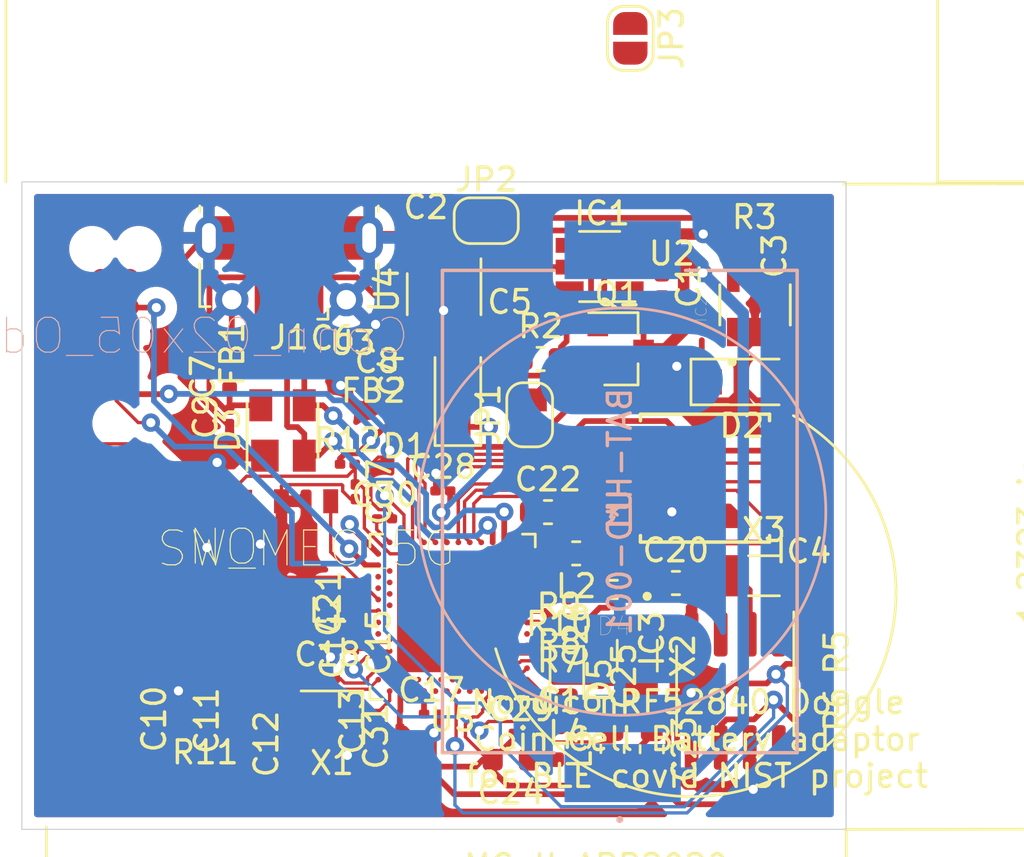
<source format=kicad_pcb>
(kicad_pcb (version 20171130) (host pcbnew "(5.1.5)-3")
  (layers (0 F.Cu signal) (31 B.Cu signal) (34 B.Paste user hide) (35 F.Paste user hide) (36 B.SilkS user hide) (37 F.SilkS user hide) (38 B.Mask user hide) (39 F.Mask user hide) (44 Edge.Cuts user))
  (net 0 "")
  (net 1 GND)
  (net 2 /3V)
  (net 3 "Net-(C3-Pad1)")
  (net 4 /5Vusb)
  (net 5 /VDD_3V)
  (net 6 /SDA)
  (net 7 /SCL)
  (net 8 /SCLK)
  (net 9 /SI)
  (net 10 /SO)
  (net 11 /CS)
  (net 12 /WP)
  (net 13 "Net-(IC1-Pad5)")
  (net 14 "Net-(IC1-Pad4)")
  (net 15 "Net-(IC2-Pad1)")
  (net 16 "Net-(D4-Pad2)")
  (net 17 "Net-(C11-Pad1)")
  (net 18 "Net-(C15-Pad1)")
  (net 19 "Net-(C16-Pad1)")
  (net 20 "Net-(C17-Pad1)")
  (net 21 /D+)
  (net 22 /D-)
  (net 23 "Net-(L2-Pad2)")
  (net 24 /nRF52840_QIAA_R/RESET)
  (net 25 /nRF52840_QIAA_R/SW1)
  (net 26 /nRF52840_QIAA_R/LED1)
  (net 27 /nRF52840_QIAA_R/LED2_R)
  (net 28 /nRF52840_QIAA_R/LED2_G)
  (net 29 /nRF52840_QIAA_R/LED2_B)
  (net 30 "Net-(C4-Pad2)")
  (net 31 "Net-(C21-Pad1)")
  (net 32 "Net-(D2-Pad2)")
  (net 33 "Net-(D2-Pad1)")
  (net 34 "Net-(FB1-Pad2)")
  (net 35 "Net-(IC2-Pad5)")
  (net 36 "Net-(IC3-Pad7)")
  (net 37 "Net-(IC3-Pad2)")
  (net 38 "Net-(IC3-Pad1)")
  (net 39 "Net-(J1-Pad4)")
  (net 40 "Net-(J3-Pad8)")
  (net 41 "Net-(J3-Pad7)")
  (net 42 "Net-(J3-Pad6)")
  (net 43 /nRF52840_QIAA_R/SWDCLK)
  (net 44 /nRF52840_QIAA_R/SWDIO)
  (net 45 "Net-(D4-Pad3)")
  (net 46 "Net-(D4-Pad4)")
  (net 47 "Net-(U4-Pad4)")
  (net 48 "Net-(C6-Pad2)")
  (net 49 "Net-(C12-Pad2)")
  (net 50 "Net-(C13-Pad2)")
  (net 51 "Net-(C25-Pad2)")
  (net 52 "Net-(C26-Pad2)")
  (net 53 "Net-(D5-Pad1)")
  (net 54 "Net-(U5-PadW24)")
  (net 55 "Net-(U5-PadU24)")
  (net 56 "Net-(U5-PadL24)")
  (net 57 "Net-(U5-PadJ24)")
  (net 58 "Net-(U5-PadY23)")
  (net 59 "Net-(U5-PadV23)")
  (net 60 "Net-(U5-PadT23)")
  (net 61 "Net-(U5-PadP23)")
  (net 62 "Net-(U5-PadA20)")
  (net 63 "Net-(U5-PadA16)")
  (net 64 "Net-(U5-PadA12)")
  (net 65 "Net-(U5-PadA10)")
  (net 66 "Net-(U5-PadB19)")
  (net 67 "Net-(U5-PadB17)")
  (net 68 "Net-(U5-PadB15)")
  (net 69 "Net-(U5-PadB13)")
  (net 70 "Net-(U5-PadB11)")
  (net 71 "Net-(U5-PadB9)")
  (net 72 "Net-(U5-PadAC9)")
  (net 73 "Net-(U5-PadAC11)")
  (net 74 "Net-(U5-PadH2)")
  (net 75 "Net-(U5-PadK2)")
  (net 76 "Net-(U5-PadM2)")
  (net 77 "Net-(U5-PadP2)")
  (net 78 "Net-(U5-PadT2)")
  (net 79 "Net-(U5-PadG1)")
  (net 80 "Net-(U5-PadJ1)")
  (net 81 "Net-(U5-PadAD2)")
  (net 82 "Net-(U5-PadA8)")
  (net 83 /nRF52840_QIAA_R/ANTENNA)
  (net 84 "Net-(C18-Pad2)")
  (net 85 "Net-(L3-Pad1)")
  (net 86 "Net-(C22-Pad1)")
  (net 87 "Net-(C30-Pad1)")
  (net 88 "Net-(L3-Pad2)")
  (net 89 "Net-(U5-PadEP)")
  (net 90 /SIO3)
  (net 91 "Net-(IC3-Pad3)")
  (net 92 "Net-(C24-Pad1)")
  (module Capacitor_SMD:C_0402_1005Metric (layer F.Cu) (at 159.04464 75.93584 90)
    (fp_text reference C3 (at 0 -1.17 90) (layer F.SilkS))
    (fp_text value 1uF)
    (pad 2 smd roundrect (at 0.485 0 90) (size 0.59 0.64) (layers F.Cu F.Paste F.Mask) (net 1 GND))
    (pad 1 smd roundrect (at -0.485 0 90) (size 0.59 0.64) (layers F.Cu F.Paste F.Mask) (net 3 "Net-(C3-Pad1)"))
  )
  (module Capacitor_SMD:C_0402_1005Metric (layer F.Cu) (at 142.32636 81.11236 90)
    (fp_text reference C4 (at 0 -1.17 90) (layer F.SilkS))
    (fp_text value 1uF)
    (pad 2 smd roundrect (at 0.485 0 90) (size 0.59 0.64) (layers F.Cu F.Paste F.Mask) (net 30 "Net-(C4-Pad2)"))
    (pad 1 smd roundrect (at -0.485 0 90) (size 0.59 0.64) (layers F.Cu F.Paste F.Mask) (net 1 GND))
  )
  (module Capacitor_SMD:C_0402_1005Metric (layer F.Cu) (at 142.6464 74.97572)
    (fp_text reference C2 (at 0 -1.17) (layer F.SilkS))
    (fp_text value 1uF)
    (pad 2 smd roundrect (at 0.485 0) (size 0.59 0.64) (layers F.Cu F.Paste F.Mask) (net 4 /5Vusb))
    (pad 1 smd roundrect (at -0.485 0) (size 0.59 0.64) (layers F.Cu F.Paste F.Mask) (net 1 GND))
  )
  (module Capacitor_SMD:C_0402_1005Metric (layer F.Cu) (at 146.31416 79.121)
    (fp_text reference C5 (at 0 -1.17) (layer F.SilkS))
    (fp_text value 0.1uF)
    (pad 2 smd roundrect (at 0.485 0) (size 0.59 0.64) (layers F.Cu F.Paste F.Mask) (net 5 /VDD_3V))
    (pad 1 smd roundrect (at -0.485 0) (size 0.59 0.64) (layers F.Cu F.Paste F.Mask) (net 1 GND))
  )
  (module Capacitor_SMD:C_0402_1005Metric (layer F.Cu) (at 152.9588 77.24648 270)
    (fp_text reference C1 (at 0 -1.17 90) (layer F.SilkS))
    (fp_text value 0.1uF)
    (pad 2 smd roundrect (at 0.485 0 270) (size 0.59 0.64) (layers F.Cu F.Paste F.Mask) (net 2 /3V))
    (pad 1 smd roundrect (at -0.485 0 270) (size 0.59 0.64) (layers F.Cu F.Paste F.Mask) (net 1 GND))
  )
  (module Resistor_SMD:R_0603_1608Metric (layer F.Cu) (at 147.66036 80.4418)
    (fp_text reference R2 (at 0 -1.43) (layer F.SilkS))
    (fp_text value 560K)
    (pad 2 smd roundrect (at 0.7875 0) (size 0.875 0.95) (layers F.Cu F.Paste F.Mask) (net 14 "Net-(IC1-Pad4)"))
    (pad 1 smd roundrect (at -0.7875 0) (size 0.875 0.95) (layers F.Cu F.Paste F.Mask) (net 5 /VDD_3V))
  )
  (module Jumper:SolderJumper-2_P1.3mm_Open_RoundedPad1.0x1.5mm (layer F.Cu) (at 151.57704 66.42608 270)
    (fp_text reference JP3 (at 0 -1.8 90) (layer F.SilkS))
    (fp_text value Jumper_NO_Small)
    (pad 2 smd custom (at 0.65 0 270) (size 1 0.5) (layers F.Cu F.Mask) (net 2 /3V) (options (clearance outline) (anchor rect)) (primitives (gr_circle (center 0 0.25) (end 0.5 0.25) (width 0)) (gr_circle (center 0 -0.25) (end 0.5 -0.25) (width 0)) (gr_poly (pts (xy 0 -0.75) (xy -0.5 -0.75) (xy -0.5 0.75) (xy 0 0.75)) (width 0))))
    (pad 1 smd custom (at -0.65 0 270) (size 1 0.5) (layers F.Cu F.Mask) (net 33 "Net-(D2-Pad1)") (options (clearance outline) (anchor rect)) (primitives (gr_circle (center 0 0.25) (end 0.5 0.25) (width 0)) (gr_circle (center 0 -0.25) (end 0.5 -0.25) (width 0)) (gr_poly (pts (xy 0 -0.75) (xy 0.5 -0.75) (xy 0.5 0.75) (xy 0 0.75)) (width 0))))
  )
  (module Jumper:SolderJumper-2_P1.3mm_Open_RoundedPad1.0x1.5mm (layer F.Cu) (at 145.28292 74.3966)
    (fp_text reference JP2 (at 0 -1.8) (layer F.SilkS))
    (fp_text value Jumper_NO_Small)
    (pad 2 smd custom (at 0.65 0) (size 1 0.5) (layers F.Cu F.Mask) (net 3 "Net-(C3-Pad1)") (options (clearance outline) (anchor rect)) (primitives (gr_circle (center 0 0.25) (end 0.5 0.25) (width 0)) (gr_circle (center 0 -0.25) (end 0.5 -0.25) (width 0)) (gr_poly (pts (xy 0 -0.75) (xy -0.5 -0.75) (xy -0.5 0.75) (xy 0 0.75)) (width 0))))
    (pad 1 smd custom (at -0.65 0) (size 1 0.5) (layers F.Cu F.Mask) (net 4 /5Vusb) (options (clearance outline) (anchor rect)) (primitives (gr_circle (center 0 0.25) (end 0.5 0.25) (width 0)) (gr_circle (center 0 -0.25) (end 0.5 -0.25) (width 0)) (gr_poly (pts (xy 0 -0.75) (xy 0.5 -0.75) (xy 0.5 0.75) (xy 0 0.75)) (width 0))))
  )
  (module 0my_footprints:BAT-HLD-001_smallerGND (layer B.Cu) (at 151.1173 87.1093 90)
    (fp_text reference U1 (at 0 0 270) (layer B.SilkS) (effects (justify mirror)))
    (fp_text value BAT-HLD-001 (at 0 0 270) (layer B.SilkS) (effects (justify mirror)))
    (fp_text user * (at 0 0 270) (layer B.SilkS) (effects (justify mirror)))
    (pad 4 smd oval (at 5.75 0.5 90) (size 3 8) (layers B.Cu B.Paste B.Mask))
    (pad 2 smd oval (at -6 0 90) (size 3 8) (layers B.Cu B.Paste B.Mask) (net 1 GND))
    (pad 1 smd rect (at -11.43 0.127 90) (size 2.54 5.08) (layers B.Cu B.Paste B.Mask) (net 2 /3V))
    (pad 3 smd rect (at 11.43 0.127 90) (size 2.54 5.08) (layers B.Cu B.Paste B.Mask) (net 2 /3V))
  )
  (module Crystal:Crystal_SMD_3215-2Pin_3.2x1.5mm (layer F.Cu) (at 157.4165 89.916)
    (fp_text reference X3 (at 0 -2) (layer F.SilkS))
    (fp_text value 32.768KHZ)
    (pad 2 smd rect (at -1.25 0) (size 1 1.8) (layers F.Cu F.Paste F.Mask) (net 37 "Net-(IC3-Pad2)"))
    (pad 1 smd rect (at 1.25 0) (size 1 1.8) (layers F.Cu F.Paste F.Mask) (net 38 "Net-(IC3-Pad1)"))
  )
  (module Capacitor_SMD:C_0201_0603Metric (layer F.Cu) (at 140.843 87.4268)
    (fp_text reference C30 (at 0 -1.05) (layer F.SilkS))
    (fp_text value 0.1uF)
    (pad 1 smd roundrect (at -0.32 0) (size 0.46 0.4) (layers F.Cu F.Mask) (net 87 "Net-(C30-Pad1)"))
    (pad 2 smd roundrect (at 0.32 0) (size 0.46 0.4) (layers F.Cu F.Mask) (net 1 GND))
  )
  (module Package_DFN_QFN:Nordic_AQFN-73-1EP_7x7mm_P0.5mm (layer F.Cu) (at 143.8148 91.7067 180)
    (fp_text reference U5 (at 0 -4.5) (layer F.SilkS))
    (fp_text value nRF52840)
    (pad EP smd rect (at 0 0) (size 4.85 4.85) (layers F.Cu F.Mask) (net 89 "Net-(U5-PadEP)"))
    (pad B24 smd circle (at 3.25 -2.75) (size 0.25 0.25) (layers F.Cu F.Paste F.Mask) (net 49 "Net-(C12-Pad2)"))
    (pad D23 smd circle (at 2.75 -2) (size 0.25 0.25) (layers F.Cu F.Paste F.Mask) (net 84 "Net-(C18-Pad2)"))
    (pad A8 smd circle (at -1.25 -3.25) (size 0.25 0.25) (layers F.Cu F.Paste F.Mask) (net 82 "Net-(U5-PadA8)"))
    (pad B3 smd circle (at -2.5 -2.75) (size 0.25 0.25) (layers F.Cu F.Paste F.Mask) (net 88 "Net-(L3-Pad2)"))
    (pad AC21 smd circle (at 2 2.75) (size 0.25 0.25) (layers F.Cu F.Paste F.Mask) (net 24 /nRF52840_QIAA_R/RESET))
    (pad AD23 smd circle (at 2.75 3.25) (size 0.25 0.25) (layers F.Cu F.Paste F.Mask) (net 87 "Net-(C30-Pad1)"))
    (pad AD2 smd circle (at -2.75 3.25) (size 0.25 0.25) (layers F.Cu F.Paste F.Mask) (net 81 "Net-(U5-PadAD2)"))
    (pad AB2 smd circle (at -2.75 2.5) (size 0.25 0.25) (layers F.Cu F.Paste F.Mask) (net 23 "Net-(L2-Pad2)"))
    (pad Y2 smd circle (at -2.75 2) (size 0.25 0.25) (layers F.Cu F.Paste F.Mask) (net 5 /VDD_3V))
    (pad W1 smd circle (at -3.25 1.75) (size 0.25 0.25) (layers F.Cu F.Paste F.Mask) (net 5 /VDD_3V))
    (pad U1 smd circle (at -3.25 1.25) (size 0.25 0.25) (layers F.Cu F.Paste F.Mask) (net 29 /nRF52840_QIAA_R/LED2_B))
    (pad R1 smd circle (at -3.25 0.75) (size 0.25 0.25) (layers F.Cu F.Paste F.Mask) (net 28 /nRF52840_QIAA_R/LED2_G))
    (pad N1 smd circle (at -3.25 0.25) (size 0.25 0.25) (layers F.Cu F.Paste F.Mask) (net 27 /nRF52840_QIAA_R/LED2_R))
    (pad L1 smd circle (at -3.25 -0.25) (size 0.25 0.25) (layers F.Cu F.Paste F.Mask) (net 26 /nRF52840_QIAA_R/LED1))
    (pad J1 smd circle (at -3.25 -0.75) (size 0.25 0.25) (layers F.Cu F.Paste F.Mask) (net 80 "Net-(U5-PadJ1)"))
    (pad G1 smd circle (at -3.25 -1.25) (size 0.25 0.25) (layers F.Cu F.Paste F.Mask) (net 79 "Net-(U5-PadG1)"))
    (pad T2 smd circle (at -2.75 1) (size 0.25 0.25) (layers F.Cu F.Paste F.Mask) (net 78 "Net-(U5-PadT2)"))
    (pad P2 smd circle (at -2.75 0.5) (size 0.25 0.25) (layers F.Cu F.Paste F.Mask) (net 77 "Net-(U5-PadP2)"))
    (pad M2 smd circle (at -2.75 0) (size 0.25 0.25) (layers F.Cu F.Paste F.Mask) (net 76 "Net-(U5-PadM2)"))
    (pad K2 smd circle (at -2.75 -0.5) (size 0.25 0.25) (layers F.Cu F.Paste F.Mask) (net 75 "Net-(U5-PadK2)"))
    (pad H2 smd circle (at -2.75 -1) (size 0.25 0.25) (layers F.Cu F.Paste F.Mask) (net 74 "Net-(U5-PadH2)"))
    (pad F2 smd circle (at -2.75 -1.5) (size 0.25 0.25) (layers F.Cu F.Paste F.Mask) (net 52 "Net-(C26-Pad2)"))
    (pad C1 smd circle (at -3.25 -2.25) (size 0.25 0.25) (layers F.Cu F.Paste F.Mask) (net 19 "Net-(C16-Pad1)"))
    (pad D2 smd circle (at -2.75 -2) (size 0.25 0.25) (layers F.Cu F.Paste F.Mask) (net 51 "Net-(C25-Pad2)"))
    (pad B1 smd circle (at -3.25 -2.75) (size 0.25 0.25) (layers F.Cu F.Paste F.Mask) (net 5 /VDD_3V))
    (pad AD4 smd circle (at -2.25 3.25) (size 0.25 0.25) (layers F.Cu F.Paste F.Mask) (net 22 /D-))
    (pad AD6 smd circle (at -1.75 3.25) (size 0.25 0.25) (layers F.Cu F.Paste F.Mask) (net 21 /D+))
    (pad AD8 smd circle (at -1.25 3.25) (size 0.25 0.25) (layers F.Cu F.Paste F.Mask) (net 90 /SIO3))
    (pad AD10 smd circle (at -0.75 3.25) (size 0.25 0.25) (layers F.Cu F.Paste F.Mask) (net 11 /CS))
    (pad AD12 smd circle (at -0.25 3.25) (size 0.25 0.25) (layers F.Cu F.Paste F.Mask) (net 10 /SO))
    (pad AD14 smd circle (at 0.25 3.25) (size 0.25 0.25) (layers F.Cu F.Paste F.Mask) (net 5 /VDD_3V))
    (pad AD16 smd circle (at 0.75 3.25) (size 0.25 0.25) (layers F.Cu F.Paste F.Mask) (net 8 /SCLK))
    (pad AD18 smd circle (at 1.25 3.25) (size 0.25 0.25) (layers F.Cu F.Paste F.Mask) (net 12 /WP))
    (pad AD20 smd circle (at 1.75 3.25) (size 0.25 0.25) (layers F.Cu F.Paste F.Mask) (net 9 /SI))
    (pad AD22 smd circle (at 2.25 3.25) (size 0.25 0.25) (layers F.Cu F.Paste F.Mask) (net 7 /SCL))
    (pad AC19 smd circle (at 1.5 2.75) (size 0.25 0.25) (layers F.Cu F.Paste F.Mask) (net 24 /nRF52840_QIAA_R/RESET))
    (pad AC17 smd circle (at 1 2.75) (size 0.25 0.25) (layers F.Cu F.Paste F.Mask) (net 24 /nRF52840_QIAA_R/RESET))
    (pad AC15 smd circle (at 0.5 2.75) (size 0.25 0.25) (layers F.Cu F.Paste F.Mask) (net 24 /nRF52840_QIAA_R/RESET))
    (pad AC13 smd circle (at 0 2.75) (size 0.25 0.25) (layers F.Cu F.Paste F.Mask) (net 24 /nRF52840_QIAA_R/RESET))
    (pad AC11 smd circle (at -0.5 2.75) (size 0.25 0.25) (layers F.Cu F.Paste F.Mask) (net 73 "Net-(U5-PadAC11)"))
    (pad AC9 smd circle (at -1 2.75) (size 0.25 0.25) (layers F.Cu F.Paste F.Mask) (net 72 "Net-(U5-PadAC9)"))
    (pad AC5 smd circle (at -2 2.75) (size 0.25 0.25) (layers F.Cu F.Paste F.Mask) (net 86 "Net-(C22-Pad1)"))
    (pad B5 smd circle (at -2 -2.75) (size 0.25 0.25) (layers F.Cu F.Paste F.Mask) (net 92 "Net-(C24-Pad1)"))
    (pad B7 smd circle (at -1.5 -2.75) (size 0.25 0.25) (layers F.Cu F.Paste F.Mask) (net 1 GND))
    (pad B9 smd circle (at -1 -2.75) (size 0.25 0.25) (layers F.Cu F.Paste F.Mask) (net 71 "Net-(U5-PadB9)"))
    (pad B11 smd circle (at -0.5 -2.75) (size 0.25 0.25) (layers F.Cu F.Paste F.Mask) (net 70 "Net-(U5-PadB11)"))
    (pad B13 smd circle (at 0 -2.75) (size 0.25 0.25) (layers F.Cu F.Paste F.Mask) (net 69 "Net-(U5-PadB13)"))
    (pad B15 smd circle (at 0.5 -2.75) (size 0.25 0.25) (layers F.Cu F.Paste F.Mask) (net 68 "Net-(U5-PadB15)"))
    (pad B17 smd circle (at 1 -2.75) (size 0.25 0.25) (layers F.Cu F.Paste F.Mask) (net 67 "Net-(U5-PadB17)"))
    (pad B19 smd circle (at 1.5 -2.75) (size 0.25 0.25) (layers F.Cu F.Paste F.Mask) (net 66 "Net-(U5-PadB19)"))
    (pad A10 smd circle (at -0.75 -3.25) (size 0.25 0.25) (layers F.Cu F.Paste F.Mask) (net 65 "Net-(U5-PadA10)"))
    (pad A12 smd circle (at -0.25 -3.25) (size 0.25 0.25) (layers F.Cu F.Paste F.Mask) (net 64 "Net-(U5-PadA12)"))
    (pad A14 smd circle (at 0.25 -3.25) (size 0.25 0.25) (layers F.Cu F.Paste F.Mask) (net 6 /SDA))
    (pad A16 smd circle (at 0.75 -3.25) (size 0.25 0.25) (layers F.Cu F.Paste F.Mask) (net 63 "Net-(U5-PadA16)"))
    (pad A18 smd circle (at 1.25 -3.25) (size 0.25 0.25) (layers F.Cu F.Paste F.Mask) (net 20 "Net-(C17-Pad1)"))
    (pad A20 smd circle (at 1.75 -3.25) (size 0.25 0.25) (layers F.Cu F.Paste F.Mask) (net 62 "Net-(U5-PadA20)"))
    (pad A22 smd circle (at 2.25 -3.25) (size 0.25 0.25) (layers F.Cu F.Paste F.Mask) (net 5 /VDD_3V))
    (pad A23 smd circle (at 2.75 -3.25) (size 0.25 0.25) (layers F.Cu F.Paste F.Mask) (net 50 "Net-(C13-Pad2)"))
    (pad F23 smd circle (at 2.75 -1.5) (size 0.25 0.25) (layers F.Cu F.Paste F.Mask) (net 1 GND))
    (pad H23 smd circle (at 2.75 -1) (size 0.25 0.25) (layers F.Cu F.Paste F.Mask) (net 18 "Net-(C15-Pad1)"))
    (pad P23 smd circle (at 2.75 0.5) (size 0.25 0.25) (layers F.Cu F.Paste F.Mask) (net 61 "Net-(U5-PadP23)"))
    (pad T23 smd circle (at 2.75 1) (size 0.25 0.25) (layers F.Cu F.Paste F.Mask) (net 60 "Net-(U5-PadT23)"))
    (pad V23 smd circle (at 2.75 1.5) (size 0.25 0.25) (layers F.Cu F.Paste F.Mask) (net 59 "Net-(U5-PadV23)"))
    (pad Y23 smd circle (at 2.75 2) (size 0.25 0.25) (layers F.Cu F.Paste F.Mask) (net 58 "Net-(U5-PadY23)"))
    (pad E24 smd circle (at 3.25 -1.75) (size 0.25 0.25) (layers F.Cu F.Paste F.Mask) (net 92 "Net-(C24-Pad1)"))
    (pad J24 smd circle (at 3.25 -0.75) (size 0.25 0.25) (layers F.Cu F.Paste F.Mask) (net 57 "Net-(U5-PadJ24)"))
    (pad L24 smd circle (at 3.25 -0.25) (size 0.25 0.25) (layers F.Cu F.Paste F.Mask) (net 56 "Net-(U5-PadL24)"))
    (pad N24 smd circle (at 3.25 0.25) (size 0.25 0.25) (layers F.Cu F.Paste F.Mask) (net 31 "Net-(C21-Pad1)"))
    (pad R24 smd circle (at 3.25 0.75) (size 0.25 0.25) (layers F.Cu F.Paste F.Mask) (net 25 /nRF52840_QIAA_R/SW1))
    (pad U24 smd circle (at 3.25 1.25) (size 0.25 0.25) (layers F.Cu F.Paste F.Mask) (net 55 "Net-(U5-PadU24)"))
    (pad W24 smd circle (at 3.25 1.75) (size 0.25 0.25) (layers F.Cu F.Paste F.Mask) (net 54 "Net-(U5-PadW24)"))
    (pad AA24 smd circle (at 3.25 2.25) (size 0.25 0.25) (layers F.Cu F.Paste F.Mask) (net 43 /nRF52840_QIAA_R/SWDCLK))
    (pad AC24 smd circle (at 3.25 2.75) (size 0.25 0.25) (layers F.Cu F.Paste F.Mask) (net 44 /nRF52840_QIAA_R/SWDIO))
  )
  (module Capacitor_SMD:C_0201_0603Metric (layer F.Cu) (at 141.5161 96.9264 90)
    (fp_text reference C31 (at 0 -1.05 90) (layer F.SilkS))
    (fp_text value 0.01uF)
    (pad 1 smd roundrect (at -0.32 0 90) (size 0.46 0.4) (layers F.Cu F.Mask) (net 1 GND))
    (pad 2 smd roundrect (at 0.32 0 90) (size 0.46 0.4) (layers F.Cu F.Mask) (net 5 /VDD_3V))
  )
  (module Capacitor_SMD:C_0201_0603Metric (layer F.Cu) (at 146.812 96.7994)
    (fp_text reference C29 (at 0 -1.05) (layer F.SilkS))
    (fp_text value 47nF)
    (pad 1 smd roundrect (at -0.32 0) (size 0.46 0.4) (layers F.Cu F.Mask) (net 1 GND))
    (pad 2 smd roundrect (at 0.32 0) (size 0.46 0.4) (layers F.Cu F.Mask) (net 92 "Net-(C24-Pad1)"))
  )
  (module Capacitor_SMD:C_0201_0603Metric (layer F.Cu) (at 143.38808 86.2076)
    (fp_text reference C28 (at 0 -1.05) (layer F.SilkS))
    (fp_text value 100nF)
    (pad 1 smd roundrect (at -0.32 0) (size 0.46 0.4) (layers F.Cu F.Mask) (net 1 GND))
    (pad 2 smd roundrect (at 0.32 0) (size 0.46 0.4) (layers F.Cu F.Mask) (net 5 /VDD_3V))
  )
  (module Capacitor_SMD:C_0201_0603Metric (layer F.Cu) (at 139.4587 91.1352 90)
    (fp_text reference C21 (at 0 -1.05 90) (layer F.SilkS))
    (fp_text value 820pF)
    (pad 1 smd roundrect (at -0.32 0 90) (size 0.46 0.4) (layers F.Cu F.Mask) (net 31 "Net-(C21-Pad1)"))
    (pad 2 smd roundrect (at 0.32 0 90) (size 0.46 0.4) (layers F.Cu F.Mask) (net 1 GND))
  )
  (module Capacitor_SMD:C_0402_1005Metric (layer F.Cu) (at 148.9329 96.52)
    (fp_text reference C16 (at 0 -1.17) (layer F.SilkS))
    (fp_text value 0.01uF)
    (pad 2 smd roundrect (at 0.485 0) (size 0.59 0.64) (layers F.Cu F.Paste F.Mask) (net 1 GND))
    (pad 1 smd roundrect (at -0.485 0) (size 0.59 0.64) (layers F.Cu F.Paste F.Mask) (net 19 "Net-(C16-Pad1)"))
  )
  (module Capacitor_SMD:C_0201_0603Metric (layer F.Cu) (at 142.8877 95.9612)
    (fp_text reference C17 (at 0 -1.05) (layer F.SilkS))
    (fp_text value N.C.)
    (pad 1 smd roundrect (at -0.32 0) (size 0.46 0.4) (layers F.Cu F.Mask) (net 20 "Net-(C17-Pad1)"))
    (pad 2 smd roundrect (at 0.32 0) (size 0.46 0.4) (layers F.Cu F.Mask) (net 1 GND))
  )
  (module Capacitor_SMD:C_0201_0603Metric (layer F.Cu) (at 138.34872 94.40672)
    (fp_text reference C18 (at 0 -1.05) (layer F.SilkS))
    (fp_text value 100pF)
    (pad 1 smd roundrect (at -0.32 0) (size 0.46 0.4) (layers F.Cu F.Mask) (net 1 GND))
    (pad 2 smd roundrect (at 0.32 0) (size 0.46 0.4) (layers F.Cu F.Mask) (net 84 "Net-(C18-Pad2)"))
  )
  (module 0my_footprints:LED_APHF1608SEEQBDZGKC (layer F.Cu) (at 150.8125 90.5129 180)
    (fp_text reference D4 (at -0.06008 -1.60978) (layer F.SilkS) (effects (font (size 0.800882 0.800882) (thickness 0.015))))
    (fp_text value LED_ABRG)
    (pad 3 smd rect (at 0.65 0.35 180) (size 0.5 0.4) (layers F.Cu F.Paste F.Mask) (net 45 "Net-(D4-Pad3)"))
    (pad 2 smd rect (at -0.65 0.35 180) (size 0.5 0.4) (layers F.Cu F.Paste F.Mask) (net 16 "Net-(D4-Pad2)"))
    (pad 4 smd rect (at 0.65 -0.35 180) (size 0.5 0.4) (layers F.Cu F.Paste F.Mask) (net 46 "Net-(D4-Pad4)"))
    (pad 1 smd rect (at -0.65 -0.35 180) (size 0.5 0.4) (layers F.Cu F.Paste F.Mask) (net 5 /VDD_3V))
  )
  (module Resistor_SMD:R_0201_0603Metric (layer F.Cu) (at 139.2174 85.0392)
    (fp_text reference R12 (at 0 -1.05) (layer F.SilkS))
    (fp_text value 10K)
    (pad 1 smd roundrect (at -0.32 0) (size 0.46 0.4) (layers F.Cu F.Mask) (net 5 /VDD_3V))
    (pad 2 smd roundrect (at 0.32 0) (size 0.46 0.4) (layers F.Cu F.Mask) (net 24 /nRF52840_QIAA_R/RESET))
  )
  (module Resistor_SMD:R_0201_0603Metric (layer F.Cu) (at 133.0071 96.5835 180)
    (fp_text reference R11 (at 0 -1.05) (layer F.SilkS))
    (fp_text value 0)
    (pad 1 smd roundrect (at -0.32 0 180) (size 0.46 0.4) (layers F.Cu F.Mask) (net 17 "Net-(C11-Pad1)"))
    (pad 2 smd roundrect (at 0.32 0 180) (size 0.46 0.4) (layers F.Cu F.Mask) (net 83 /nRF52840_QIAA_R/ANTENNA))
  )
  (module Resistor_SMD:R_0402_1005Metric (layer F.Cu) (at 159.41548 95.75292 270)
    (fp_text reference R6 (at 0 -1.17 90) (layer F.SilkS))
    (fp_text value 10K)
    (pad 2 smd roundrect (at 0.485 0 270) (size 0.59 0.64) (layers F.Cu F.Paste F.Mask) (net 7 /SCL))
    (pad 1 smd roundrect (at -0.485 0 270) (size 0.59 0.64) (layers F.Cu F.Paste F.Mask) (net 5 /VDD_3V))
  )
  (module Resistor_SMD:R_0402_1005Metric (layer F.Cu) (at 159.4104 93.25864 270)
    (fp_text reference R5 (at 0 -1.17 90) (layer F.SilkS))
    (fp_text value 10K)
    (pad 2 smd roundrect (at 0.485 0 270) (size 0.59 0.64) (layers F.Cu F.Paste F.Mask) (net 6 /SDA))
    (pad 1 smd roundrect (at -0.485 0 270) (size 0.59 0.64) (layers F.Cu F.Paste F.Mask) (net 5 /VDD_3V))
  )
  (module Resistor_SMD:R_0402_1005Metric (layer F.Cu) (at 156.9974 75.4126)
    (fp_text reference R3 (at 0 -1.17) (layer F.SilkS))
    (fp_text value 1.69K)
    (pad 2 smd roundrect (at 0.485 0) (size 0.59 0.64) (layers F.Cu F.Paste F.Mask) (net 1 GND))
    (pad 1 smd roundrect (at -0.485 0) (size 0.59 0.64) (layers F.Cu F.Paste F.Mask) (net 35 "Net-(IC2-Pad5)"))
  )
  (module Inductor_SMD:L_0201_0603Metric (layer F.Cu) (at 138.4046 92.4941)
    (fp_text reference L1 (at 0 -1.05) (layer F.SilkS))
    (fp_text value 3.9nH)
    (pad 1 smd roundrect (at -0.32 0) (size 0.46 0.4) (layers F.Cu F.Mask) (net 17 "Net-(C11-Pad1)"))
    (pad 2 smd roundrect (at 0.32 0) (size 0.46 0.4) (layers F.Cu F.Mask) (net 18 "Net-(C15-Pad1)"))
  )
  (module LED_SMD:LED_0603_1608Metric (layer F.Cu) (at 148.8059 94.488 270)
    (fp_text reference D5 (at 0 -1.43 90) (layer F.SilkS))
    (fp_text value LED)
    (pad 2 smd roundrect (at 0.7875 0 270) (size 0.875 0.95) (layers F.Cu F.Paste F.Mask) (net 5 /VDD_3V))
    (pad 1 smd roundrect (at -0.7875 0 270) (size 0.875 0.95) (layers F.Cu F.Paste F.Mask) (net 53 "Net-(D5-Pad1)"))
  )
  (module Capacitor_SMD:C_0201_0603Metric (layer F.Cu) (at 139.5603 86.2457 270)
    (fp_text reference C27 (at 0 -1.05 90) (layer F.SilkS))
    (fp_text value 100nF)
    (pad 1 smd roundrect (at -0.32 0 270) (size 0.46 0.4) (layers F.Cu F.Mask) (net 24 /nRF52840_QIAA_R/RESET))
    (pad 2 smd roundrect (at 0.32 0 270) (size 0.46 0.4) (layers F.Cu F.Mask) (net 1 GND))
  )
  (module Capacitor_SMD:C_0201_0603Metric (layer F.Cu) (at 134.0739 82.9691 90)
    (fp_text reference C9 (at 0 -1.05 90) (layer F.SilkS))
    (fp_text value 0.1uF)
    (pad 1 smd roundrect (at -0.32 0 90) (size 0.46 0.4) (layers F.Cu F.Mask) (net 1 GND))
    (pad 2 smd roundrect (at 0.32 0 90) (size 0.46 0.4) (layers F.Cu F.Mask) (net 48 "Net-(C6-Pad2)"))
  )
  (module Capacitor_SMD:C_0201_0603Metric (layer F.Cu) (at 140.5128 81.5848)
    (fp_text reference C8 (at 0 -1.05) (layer F.SilkS))
    (fp_text value 0.1uF)
    (pad 1 smd roundrect (at -0.32 0) (size 0.46 0.4) (layers F.Cu F.Mask) (net 1 GND))
    (pad 2 smd roundrect (at 0.32 0) (size 0.46 0.4) (layers F.Cu F.Mask) (net 4 /5Vusb))
  )
  (module Capacitor_SMD:C_0201_0603Metric (layer F.Cu) (at 138.5824 80.5815)
    (fp_text reference C6 (at 0 -1.05) (layer F.SilkS))
    (fp_text value 0.01uF)
    (pad 1 smd roundrect (at -0.32 0) (size 0.46 0.4) (layers F.Cu F.Mask) (net 1 GND))
    (pad 2 smd roundrect (at 0.32 0) (size 0.46 0.4) (layers F.Cu F.Mask) (net 48 "Net-(C6-Pad2)"))
  )
  (module Capacitor_SMD:C_0201_0603Metric (layer F.Cu) (at 150.241 92.4814 90)
    (fp_text reference C26 (at 0 -1.05 90) (layer F.SilkS))
    (fp_text value 12pF)
    (pad 1 smd roundrect (at -0.32 0 90) (size 0.46 0.4) (layers F.Cu F.Mask) (net 1 GND))
    (pad 2 smd roundrect (at 0.32 0 90) (size 0.46 0.4) (layers F.Cu F.Mask) (net 52 "Net-(C26-Pad2)"))
  )
  (module Capacitor_SMD:C_0201_0603Metric (layer F.Cu) (at 150.2537 94.3102 270)
    (fp_text reference C25 (at 0 -1.05 90) (layer F.SilkS))
    (fp_text value 12pF)
    (pad 1 smd roundrect (at -0.32 0 270) (size 0.46 0.4) (layers F.Cu F.Mask) (net 1 GND))
    (pad 2 smd roundrect (at 0.32 0 270) (size 0.46 0.4) (layers F.Cu F.Mask) (net 51 "Net-(C25-Pad2)"))
  )
  (module Capacitor_SMD:C_0201_0603Metric (layer F.Cu) (at 139.53236 92.82176 270)
    (fp_text reference C15 (at 0 -1.05 90) (layer F.SilkS))
    (fp_text value 1.5pF)
    (pad 1 smd roundrect (at -0.32 0 270) (size 0.46 0.4) (layers F.Cu F.Mask) (net 18 "Net-(C15-Pad1)"))
    (pad 2 smd roundrect (at 0.32 0 270) (size 0.46 0.4) (layers F.Cu F.Mask) (net 1 GND))
  )
  (module Capacitor_SMD:C_0201_0603Metric (layer F.Cu) (at 137.5283 92.9894 270)
    (fp_text reference C14 (at 0 -1.05 90) (layer F.SilkS))
    (fp_text value 1pF)
    (pad 1 smd roundrect (at -0.32 0 270) (size 0.46 0.4) (layers F.Cu F.Mask) (net 17 "Net-(C11-Pad1)"))
    (pad 2 smd roundrect (at 0.32 0 270) (size 0.46 0.4) (layers F.Cu F.Mask) (net 1 GND))
  )
  (module Capacitor_SMD:C_0201_0603Metric (layer F.Cu) (at 140.4747 96.2787 90)
    (fp_text reference C13 (at 0 -1.05 90) (layer F.SilkS))
    (fp_text value 12pF)
    (pad 1 smd roundrect (at -0.32 0 90) (size 0.46 0.4) (layers F.Cu F.Mask) (net 1 GND))
    (pad 2 smd roundrect (at 0.32 0 90) (size 0.46 0.4) (layers F.Cu F.Mask) (net 50 "Net-(C13-Pad2)"))
  )
  (module Capacitor_SMD:C_0201_0603Metric (layer F.Cu) (at 136.7282 97.2693 90)
    (fp_text reference C12 (at 0 -1.05 90) (layer F.SilkS))
    (fp_text value 12pF)
    (pad 1 smd roundrect (at -0.32 0 90) (size 0.46 0.4) (layers F.Cu F.Mask) (net 1 GND))
    (pad 2 smd roundrect (at 0.32 0 90) (size 0.46 0.4) (layers F.Cu F.Mask) (net 49 "Net-(C12-Pad2)"))
  )
  (module Capacitor_SMD:C_0201_0603Metric (layer F.Cu) (at 134.1247 96.2533 90)
    (fp_text reference C11 (at 0 -1.05 90) (layer F.SilkS))
    (fp_text value N.C.)
    (pad 1 smd roundrect (at -0.32 0 90) (size 0.46 0.4) (layers F.Cu F.Mask) (net 17 "Net-(C11-Pad1)"))
    (pad 2 smd roundrect (at 0.32 0 90) (size 0.46 0.4) (layers F.Cu F.Mask) (net 1 GND))
  )
  (module Capacitor_SMD:C_0201_0603Metric (layer F.Cu) (at 131.826 96.1771 90)
    (fp_text reference C10 (at 0 -1.05 90) (layer F.SilkS))
    (fp_text value 1pF)
    (pad 1 smd roundrect (at -0.32 0 90) (size 0.46 0.4) (layers F.Cu F.Mask) (net 83 /nRF52840_QIAA_R/ANTENNA))
    (pad 2 smd roundrect (at 0.32 0 90) (size 0.46 0.4) (layers F.Cu F.Mask) (net 1 GND))
  )
  (module Capacitor_SMD:C_0402_1005Metric (layer F.Cu) (at 134.0739 81.2419 90)
    (fp_text reference C7 (at 0 -1.17 90) (layer F.SilkS))
    (fp_text value 4.7uF)
    (pad 2 smd roundrect (at 0.485 0 90) (size 0.59 0.64) (layers F.Cu F.Paste F.Mask) (net 1 GND))
    (pad 1 smd roundrect (at -0.485 0 90) (size 0.59 0.64) (layers F.Cu F.Paste F.Mask) (net 48 "Net-(C6-Pad2)"))
  )
  (module Crystal:Crystal_SMD_3215-2Pin_3.2x1.5mm (layer F.Cu) (at 151.8793 93.4085 270)
    (fp_text reference X2 (at 0 -2 90) (layer F.SilkS))
    (fp_text value 32.768KHZ)
    (pad 2 smd rect (at -1.25 0 270) (size 1 1.8) (layers F.Cu F.Paste F.Mask) (net 52 "Net-(C26-Pad2)"))
    (pad 1 smd rect (at 1.25 0 270) (size 1 1.8) (layers F.Cu F.Paste F.Mask) (net 51 "Net-(C25-Pad2)"))
  )
  (module 0my_footprints:C&K_PTS810 (layer F.Cu) (at 137.414 88.7349)
    (fp_text reference SW2 hide)
    (fp_text value SW_MEC_5G (at 0 0) (layer F.SilkS) (effects (font (size 1.524 1.524) (thickness 0.05))))
    (pad 2 smd rect (at -1.07499 2.075 270) (size 1.05 0.65) (layers F.Cu F.Paste F.Mask) (net 1 GND))
    (pad 2 smd rect (at -1.07499 -2.075 270) (size 1.05 0.65) (layers F.Cu F.Paste F.Mask) (net 1 GND))
    (pad 0 smd rect (at 1.075 2.075 270) (size 1.05 0.65) (layers F.Cu F.Paste F.Mask))
    (pad 1 smd rect (at 1.075 -2.075 270) (size 1.05 0.65) (layers F.Cu F.Paste F.Mask) (net 25 /nRF52840_QIAA_R/SW1))
  )
  (module 0my_footprints:EVQP7A_J_B_K (layer F.Cu) (at 133.8072 88.6587)
    (fp_text reference SW1 hide)
    (fp_text value NO (at 0 0) (layer F.SilkS) (effects (font (size 1.524 1.524) (thickness 0.05))))
    (pad 2 smd rect (at -0.725 1.8 270) (size 1.4 1.05) (layers F.Cu F.Paste F.Mask) (net 1 GND))
    (pad 1 smd rect (at 0.725 1.8 270) (size 1.4 1.05) (layers F.Cu F.Paste F.Mask) (net 24 /nRF52840_QIAA_R/RESET))
    (pad 1 smd rect (at 0.725 -1.8 270) (size 1.4 1.05) (layers F.Cu F.Paste F.Mask) (net 24 /nRF52840_QIAA_R/RESET))
    (pad 2 smd rect (at -0.725 -1.8 270) (size 1.4 1.05) (layers F.Cu F.Paste F.Mask) (net 1 GND))
  )
  (module Resistor_SMD:R_0201_0603Metric (layer F.Cu) (at 148.4757 90.9701 180)
    (fp_text reference R10 (at 0 -1.05) (layer F.SilkS))
    (fp_text value 390)
    (pad 1 smd roundrect (at -0.32 0 180) (size 0.46 0.4) (layers F.Cu F.Mask) (net 46 "Net-(D4-Pad4)"))
    (pad 2 smd roundrect (at 0.32 0 180) (size 0.46 0.4) (layers F.Cu F.Mask) (net 28 /nRF52840_QIAA_R/LED2_G))
  )
  (module Resistor_SMD:R_0201_0603Metric (layer F.Cu) (at 148.463 90.17 180)
    (fp_text reference R9 (at 0 -1.05) (layer F.SilkS))
    (fp_text value 2K2)
    (pad 1 smd roundrect (at -0.32 0 180) (size 0.46 0.4) (layers F.Cu F.Mask) (net 45 "Net-(D4-Pad3)"))
    (pad 2 smd roundrect (at 0.32 0 180) (size 0.46 0.4) (layers F.Cu F.Mask) (net 29 /nRF52840_QIAA_R/LED2_B))
  )
  (module Resistor_SMD:R_0201_0603Metric (layer F.Cu) (at 148.4757 91.7702 180)
    (fp_text reference R8 (at 0 -1.05) (layer F.SilkS))
    (fp_text value 1K2)
    (pad 1 smd roundrect (at -0.32 0 180) (size 0.46 0.4) (layers F.Cu F.Mask) (net 16 "Net-(D4-Pad2)"))
    (pad 2 smd roundrect (at 0.32 0 180) (size 0.46 0.4) (layers F.Cu F.Mask) (net 27 /nRF52840_QIAA_R/LED2_R))
  )
  (module Resistor_SMD:R_0201_0603Metric (layer F.Cu) (at 148.4757 92.5703 180)
    (fp_text reference R7 (at 0 -1.05) (layer F.SilkS))
    (fp_text value 220)
    (pad 1 smd roundrect (at -0.32 0 180) (size 0.46 0.4) (layers F.Cu F.Mask) (net 53 "Net-(D5-Pad1)"))
    (pad 2 smd roundrect (at 0.32 0 180) (size 0.46 0.4) (layers F.Cu F.Mask) (net 26 /nRF52840_QIAA_R/LED1))
  )
  (module 0my_footprints:TC2050-IDC-NLFP (layer F.Cu) (at 129.0828 79.4385)
    (fp_text reference J3 hide)
    (fp_text value Conn_02x05_Odd_Even (at 0 0) (layer B.SilkS) (effects (font (size 1.524 1.524) (thickness 0.05)) (justify mirror)))
    (pad 1 smd circle (at 0.635 2.54 180) (size 0.7874 0.7874) (layers F.Cu F.Paste F.Mask) (net 5 /VDD_3V))
    (pad 2 smd circle (at 0.635 1.27 180) (size 0.7874 0.7874) (layers F.Cu F.Paste F.Mask) (net 44 /nRF52840_QIAA_R/SWDIO))
    (pad 3 smd circle (at 0.635 0 180) (size 0.7874 0.7874) (layers F.Cu F.Paste F.Mask) (net 1 GND))
    (pad 4 smd circle (at 0.635 -1.27 180) (size 0.7874 0.7874) (layers F.Cu F.Paste F.Mask) (net 43 /nRF52840_QIAA_R/SWDCLK))
    (pad 5 smd circle (at 0.635 -2.54 180) (size 0.7874 0.7874) (layers F.Cu F.Paste F.Mask) (net 1 GND))
    (pad 6 smd circle (at -0.635 -2.54 180) (size 0.7874 0.7874) (layers F.Cu F.Paste F.Mask) (net 42 "Net-(J3-Pad6)"))
    (pad 7 smd circle (at -0.635 -1.27 180) (size 0.7874 0.7874) (layers F.Cu F.Paste F.Mask) (net 41 "Net-(J3-Pad7)"))
    (pad 8 smd circle (at -0.635 0 180) (size 0.7874 0.7874) (layers F.Cu F.Paste F.Mask) (net 40 "Net-(J3-Pad8)"))
    (pad 9 smd circle (at -0.635 1.27 180) (size 0.7874 0.7874) (layers F.Cu F.Paste F.Mask) (net 1 GND))
    (pad 10 smd circle (at -0.635 2.54 180) (size 0.7874 0.7874) (layers F.Cu F.Paste F.Mask) (net 24 /nRF52840_QIAA_R/RESET))
    (pad 0 np_thru_hole circle (at 0 3.81 90) (size 0.9906 0.9906) (drill 0.9906) (layers *.Cu *.Paste *.Mask))
    (pad 0 np_thru_hole circle (at -1.016 -3.81 90) (size 0.9906 0.9906) (drill 0.9906) (layers *.Cu *.Paste *.Mask))
    (pad 0 np_thru_hole circle (at 1.016 -3.81 90) (size 0.9906 0.9906) (drill 0.9906) (layers *.Cu *.Paste *.Mask))
  )
  (module Inductor_SMD:L_0402_1005Metric (layer F.Cu) (at 140.3477 80.6577 180)
    (fp_text reference FB2 (at 0 -1.17) (layer F.SilkS))
    (fp_text value Ferrite_Bead)
    (pad 2 smd roundrect (at 0.485 0 180) (size 0.59 0.64) (layers F.Cu F.Paste F.Mask) (net 48 "Net-(C6-Pad2)"))
    (pad 1 smd roundrect (at -0.485 0 180) (size 0.59 0.64) (layers F.Cu F.Paste F.Mask) (net 4 /5Vusb))
  )
  (module Inductor_SMD:L_0402_1005Metric (layer F.Cu) (at 135.3566 80.2259 90)
    (fp_text reference FB1 (at 0 -1.17 90) (layer F.SilkS))
    (fp_text value Ferrite_Bead)
    (pad 2 smd roundrect (at 0.485 0 90) (size 0.59 0.64) (layers F.Cu F.Paste F.Mask) (net 34 "Net-(FB1-Pad2)"))
    (pad 1 smd roundrect (at -0.485 0 90) (size 0.59 0.64) (layers F.Cu F.Paste F.Mask) (net 1 GND))
  )
  (module Package_TO_SOT_SMD:SOT-143 (layer F.Cu) (at 136.3853 83.566 90)
    (fp_text reference D3 (at 0.02 -2.38 90) (layer F.SilkS))
    (fp_text value PRTR5V0U2X)
    (pad 4 smd rect (at 1.1 -0.95) (size 1 1.4) (layers F.Cu F.Paste F.Mask) (net 48 "Net-(C6-Pad2)"))
    (pad 3 smd rect (at 1.1 0.95) (size 1 1.4) (layers F.Cu F.Paste F.Mask) (net 22 /D-))
    (pad 2 smd rect (at -1.1 0.95) (size 1 1.4) (layers F.Cu F.Paste F.Mask) (net 21 /D+))
    (pad 1 smd rect (at -1.1 -0.77) (size 1.2 1.4) (layers F.Cu F.Paste F.Mask) (net 1 GND))
  )
  (module 0my_footprints:ESD401DPYR (layer F.Cu) (at 139.446 79.7433)
    (fp_text reference U3 (at 0 0) (layer F.SilkS))
    (fp_text value ESD401 hide)
    (pad 1 smd rect (at -0.499999 0) (size 0.599999 0.499999) (layers F.Cu F.Paste F.Mask) (net 48 "Net-(C6-Pad2)"))
    (pad 2 smd rect (at 0.499999 0) (size 0.599999 0.499999) (layers F.Cu F.Paste F.Mask) (net 1 GND))
  )
  (module Package_SO:SOIC-8_3.9x4.9mm_P1.27mm (layer F.Cu) (at 156.1592 94.9452 270)
    (fp_text reference IC3 (at -2.2826 3.6328 90) (layer F.SilkS))
    (fp_text value PCF8523T hide)
    (pad 8 smd roundrect (at 2.475 -1.905 270) (size 1.95 0.6) (layers F.Cu F.Paste F.Mask) (net 5 /VDD_3V))
    (pad 7 smd roundrect (at 2.475 -0.635 270) (size 1.95 0.6) (layers F.Cu F.Paste F.Mask) (net 36 "Net-(IC3-Pad7)"))
    (pad 6 smd roundrect (at 2.475 0.635 270) (size 1.95 0.6) (layers F.Cu F.Paste F.Mask) (net 7 /SCL))
    (pad 5 smd roundrect (at 2.475 1.905 270) (size 1.95 0.6) (layers F.Cu F.Paste F.Mask) (net 6 /SDA))
    (pad 4 smd roundrect (at -2.475 1.905 270) (size 1.95 0.6) (layers F.Cu F.Paste F.Mask) (net 1 GND))
    (pad 3 smd roundrect (at -2.475 0.635 270) (size 1.95 0.6) (layers F.Cu F.Paste F.Mask) (net 91 "Net-(IC3-Pad3)"))
    (pad 2 smd roundrect (at -2.475 -0.635 270) (size 1.95 0.6) (layers F.Cu F.Paste F.Mask) (net 37 "Net-(IC3-Pad2)"))
    (pad 1 smd roundrect (at -2.475 -1.905 270) (size 1.95 0.6) (layers F.Cu F.Paste F.Mask) (net 38 "Net-(IC3-Pad1)"))
  )
  (module 0my_footprints:MX25R6435FM2IL0 (layer F.Cu) (at 154.8384 85.6488 180)
    (fp_text reference IC4 (at -4.3 -3.2) (layer F.SilkS))
    (fp_text value MX25R6435FM2IL0 hide)
    (pad 8 smd rect (at 3.6449 -1.905 180) (size 1.524 0.5588) (layers F.Cu F.Paste F.Mask) (net 5 /VDD_3V))
    (pad 7 smd rect (at 3.6449 -0.635 180) (size 1.524 0.5588) (layers F.Cu F.Paste F.Mask) (net 90 /SIO3))
    (pad 6 smd rect (at 3.6449 0.635 180) (size 1.524 0.5588) (layers F.Cu F.Paste F.Mask) (net 8 /SCLK))
    (pad 5 smd rect (at 3.6449 1.905 180) (size 1.524 0.5588) (layers F.Cu F.Paste F.Mask) (net 9 /SI))
    (pad 4 smd rect (at -3.6449 1.905 180) (size 1.524 0.5588) (layers F.Cu F.Paste F.Mask) (net 1 GND))
    (pad 3 smd rect (at -3.6449 0.635 180) (size 1.524 0.5588) (layers F.Cu F.Paste F.Mask) (net 12 /WP))
    (pad 2 smd rect (at -3.6449 -0.635 180) (size 1.524 0.5588) (layers F.Cu F.Paste F.Mask) (net 10 /SO))
    (pad 1 smd rect (at -3.6449 -1.905 180) (size 1.524 0.5588) (layers F.Cu F.Paste F.Mask) (net 11 /CS))
  )
  (module Crystal:Crystal_SMD_2016-4Pin_2.0x1.6mm (layer F.Cu) (at 138.5443 96.1009 180)
    (fp_text reference X1 (at 0 -2) (layer F.SilkS))
    (fp_text value 32MHz)
    (pad 4 smd rect (at -0.7 -0.55 180) (size 0.9 0.8) (layers F.Cu F.Paste F.Mask) (net 1 GND))
    (pad 3 smd rect (at 0.7 -0.55 180) (size 0.9 0.8) (layers F.Cu F.Paste F.Mask) (net 49 "Net-(C12-Pad2)"))
    (pad 2 smd rect (at 0.7 0.55 180) (size 0.9 0.8) (layers F.Cu F.Paste F.Mask) (net 1 GND))
    (pad 1 smd rect (at -0.7 0.55 180) (size 0.9 0.8) (layers F.Cu F.Paste F.Mask) (net 50 "Net-(C13-Pad2)"))
  )
  (module Inductor_SMD:L_0603_1608Metric (layer F.Cu) (at 149.2123 88.9381 180)
    (fp_text reference L2 (at 0 -1.43) (layer F.SilkS))
    (fp_text value 10uH)
    (pad 2 smd roundrect (at 0.7875 0 180) (size 0.875 0.95) (layers F.Cu F.Paste F.Mask) (net 23 "Net-(L2-Pad2)"))
    (pad 1 smd roundrect (at -0.7875 0 180) (size 0.875 0.95) (layers F.Cu F.Paste F.Mask) (net 5 /VDD_3V))
  )
  (module Inductor_SMD:L_0402_1005Metric (layer F.Cu) (at 148.8694 97.9551)
    (fp_text reference L4 (at 0 -1.17) (layer F.SilkS))
    (fp_text value 15nH)
    (pad 2 smd roundrect (at 0.485 0) (size 0.59 0.64) (layers F.Cu F.Paste F.Mask) (net 85 "Net-(L3-Pad1)"))
    (pad 1 smd roundrect (at -0.485 0) (size 0.59 0.64) (layers F.Cu F.Paste F.Mask) (net 92 "Net-(C24-Pad1)"))
  )
  (module Inductor_SMD:L_0603_1608Metric (layer F.Cu) (at 150.7998 97.4852 90)
    (fp_text reference L3 (at 0 -1.43 90) (layer F.SilkS))
    (fp_text value 10uH)
    (pad 2 smd roundrect (at 0.7875 0 90) (size 0.875 0.95) (layers F.Cu F.Paste F.Mask) (net 88 "Net-(L3-Pad2)"))
    (pad 1 smd roundrect (at -0.7875 0 90) (size 0.875 0.95) (layers F.Cu F.Paste F.Mask) (net 85 "Net-(L3-Pad1)"))
  )
  (module Connector_USB:USB_Micro-B_Molex-105017-0001 (layer F.Cu) (at 136.6693 76.3885 180)
    (fp_text reference J1 (at 0 -3.1125) (layer F.SilkS))
    (fp_text value USB_B_Micro)
    (pad 6 smd rect (at -2.9 1.2375 180) (size 1.2 1.9) (layers F.Cu F.Mask) (net 1 GND))
    (pad 6 smd rect (at 2.9 1.2375 180) (size 1.2 1.9) (layers F.Cu F.Mask) (net 1 GND))
    (pad 6 thru_hole oval (at 3.5 1.2375 180) (size 1.2 1.9) (drill oval 0.6 1.3) (layers *.Cu *.Mask) (net 1 GND))
    (pad 6 thru_hole oval (at -3.5 1.2375) (size 1.2 1.9) (drill oval 0.6 1.3) (layers *.Cu *.Mask) (net 1 GND))
    (pad 6 smd rect (at -1 1.2375 180) (size 1.5 1.9) (layers F.Cu F.Paste F.Mask) (net 1 GND))
    (pad 6 thru_hole circle (at 2.5 -1.4625 180) (size 1.45 1.45) (drill 0.85) (layers *.Cu *.Mask) (net 1 GND))
    (pad 3 smd rect (at 0 -1.4625 180) (size 0.4 1.35) (layers F.Cu F.Paste F.Mask) (net 21 /D+))
    (pad 4 smd rect (at 0.65 -1.4625 180) (size 0.4 1.35) (layers F.Cu F.Paste F.Mask) (net 39 "Net-(J1-Pad4)"))
    (pad 5 smd rect (at 1.3 -1.4625 180) (size 0.4 1.35) (layers F.Cu F.Paste F.Mask) (net 34 "Net-(FB1-Pad2)"))
    (pad 1 smd rect (at -1.3 -1.4625 180) (size 0.4 1.35) (layers F.Cu F.Paste F.Mask) (net 48 "Net-(C6-Pad2)"))
    (pad 2 smd rect (at -0.65 -1.4625 180) (size 0.4 1.35) (layers F.Cu F.Paste F.Mask) (net 22 /D-))
    (pad 6 thru_hole circle (at -2.5 -1.4625 180) (size 1.45 1.45) (drill 0.85) (layers *.Cu *.Mask) (net 1 GND))
    (pad 6 smd rect (at 1 1.2375 180) (size 1.5 1.9) (layers F.Cu F.Paste F.Mask) (net 1 GND))
  )
  (module Capacitor_SMD:C_0603_1608Metric (layer F.Cu) (at 146.3548 97.9551 180)
    (fp_text reference C24 (at 0 -1.43) (layer F.SilkS))
    (fp_text value 1uF)
    (pad 2 smd roundrect (at 0.7875 0 180) (size 0.875 0.95) (layers F.Cu F.Paste F.Mask) (net 1 GND))
    (pad 1 smd roundrect (at -0.7875 0 180) (size 0.875 0.95) (layers F.Cu F.Paste F.Mask) (net 92 "Net-(C24-Pad1)"))
  )
  (module Capacitor_SMD:C_0603_1608Metric (layer F.Cu) (at 152.5143 97.4979 270)
    (fp_text reference C23 (at 0 -1.43 90) (layer F.SilkS))
    (fp_text value 1uF)
    (pad 2 smd roundrect (at 0.7875 0 270) (size 0.875 0.95) (layers F.Cu F.Paste F.Mask) (net 5 /VDD_3V))
    (pad 1 smd roundrect (at -0.7875 0 270) (size 0.875 0.95) (layers F.Cu F.Paste F.Mask) (net 1 GND))
  )
  (module Capacitor_SMD:C_0603_1608Metric (layer F.Cu) (at 147.9804 87.1347)
    (fp_text reference C22 (at 0 -1.43) (layer F.SilkS))
    (fp_text value 4.7uF)
    (pad 2 smd roundrect (at 0.7875 0) (size 0.875 0.95) (layers F.Cu F.Paste F.Mask) (net 1 GND))
    (pad 1 smd roundrect (at -0.7875 0) (size 0.875 0.95) (layers F.Cu F.Paste F.Mask) (net 86 "Net-(C22-Pad1)"))
  )
  (module Capacitor_SMD:C_0603_1608Metric (layer F.Cu) (at 153.5684 90.2335)
    (fp_text reference C20 (at 0 -1.43) (layer F.SilkS))
    (fp_text value 4.7uF)
    (pad 2 smd roundrect (at 0.7875 0) (size 0.875 0.95) (layers F.Cu F.Paste F.Mask) (net 1 GND))
    (pad 1 smd roundrect (at -0.7875 0) (size 0.875 0.95) (layers F.Cu F.Paste F.Mask) (net 5 /VDD_3V))
  )
  (module 0my_footprints:ESD401DPYR (layer F.Cu) (at 153.3906 75.8317)
    (fp_text reference U2 (at 0 0) (layer F.SilkS))
    (fp_text value ESD401 hide)
    (pad 1 smd rect (at -0.499999 0) (size 0.599999 0.499999) (layers F.Cu F.Paste F.Mask) (net 1 GND))
    (pad 2 smd rect (at 0.499999 0) (size 0.599999 0.499999) (layers F.Cu F.Paste F.Mask) (net 2 /3V))
  )
  (module Jumper:SolderJumper-2_P1.3mm_Open_RoundedPad1.0x1.5mm (layer F.Cu) (at 147.1803 82.8802 90)
    (fp_text reference JP1 (at 0 -1.8 90) (layer F.SilkS))
    (fp_text value Jumper_2_Open)
    (pad 2 smd custom (at 0.65 0 90) (size 1 0.5) (layers F.Cu F.Mask) (net 5 /VDD_3V) (options (clearance outline) (anchor rect)) (primitives (gr_circle (center 0 0.25) (end 0.5 0.25) (width 0)) (gr_circle (center 0 -0.25) (end 0.5 -0.25) (width 0)) (gr_poly (pts (xy 0 -0.75) (xy -0.5 -0.75) (xy -0.5 0.75) (xy 0 0.75)) (width 0))))
    (pad 1 smd custom (at -0.65 0 90) (size 1 0.5) (layers F.Cu F.Mask) (net 2 /3V) (options (clearance outline) (anchor rect)) (primitives (gr_circle (center 0 0.25) (end 0.5 0.25) (width 0)) (gr_circle (center 0 -0.25) (end 0.5 -0.25) (width 0)) (gr_poly (pts (xy 0 -0.75) (xy 0.5 -0.75) (xy 0.5 0.75) (xy 0 0.75)) (width 0))))
  )
  (module Diode_SMD:D_SOD-123F (layer F.Cu) (at 156.4259 81.4451)
    (fp_text reference D2 (at 0.0254 1.9177) (layer F.SilkS))
    (fp_text value D_Schottky)
    (pad 2 smd rect (at 1.4 0) (size 1.1 1.1) (layers F.Cu F.Paste F.Mask) (net 32 "Net-(D2-Pad2)"))
    (pad 1 smd rect (at -1.4 0) (size 1.1 1.1) (layers F.Cu F.Paste F.Mask) (net 33 "Net-(D2-Pad1)"))
  )
  (module Package_TO_SOT_SMD:SOT-23-5 (layer F.Cu) (at 143.442 77.6095 270)
    (fp_text reference U4 (at -0.2 2.5 90) (layer F.SilkS))
    (fp_text value LP5907MFX-3.3 hide)
    (pad 1 smd rect (at -1.1 -0.95 270) (size 1.06 0.65) (layers F.Cu F.Paste F.Mask) (net 4 /5Vusb))
    (pad 2 smd rect (at -1.1 0 270) (size 1.06 0.65) (layers F.Cu F.Paste F.Mask) (net 1 GND))
    (pad 3 smd rect (at -1.1 0.95 270) (size 1.06 0.65) (layers F.Cu F.Paste F.Mask) (net 4 /5Vusb))
    (pad 4 smd rect (at 1.1 0.95 270) (size 1.06 0.65) (layers F.Cu F.Paste F.Mask) (net 47 "Net-(U4-Pad4)"))
    (pad 5 smd rect (at 1.1 -0.95 270) (size 1.06 0.65) (layers F.Cu F.Paste F.Mask) (net 30 "Net-(C4-Pad2)"))
  )
  (module 0my_footprints:LTC4054LES5-4.2_TRPBF (layer F.Cu) (at 157.0254 78.0777 90)
    (fp_text reference IC2 (at -0.18711 -2.34973 90) (layer F.SilkS) (effects (font (size 0.48 0.48) (thickness 0.015))))
    (fp_text value LTC4054LES5-4.2#TRPBF hide)
    (pad 5 smd rect (at 1.185 -0.95 90) (size 1.24 0.55) (layers F.Cu F.Paste F.Mask) (net 35 "Net-(IC2-Pad5)"))
    (pad 4 smd rect (at 1.185 0.95 90) (size 1.24 0.55) (layers F.Cu F.Paste F.Mask) (net 3 "Net-(C3-Pad1)"))
    (pad 3 smd rect (at -1.185 0.95 90) (size 1.24 0.55) (layers F.Cu F.Paste F.Mask) (net 32 "Net-(D2-Pad2)"))
    (pad 2 smd rect (at -1.185 0 90) (size 1.24 0.55) (layers F.Cu F.Paste F.Mask) (net 1 GND))
    (pad 1 smd rect (at -1.185 -0.95 90) (size 1.24 0.55) (layers F.Cu F.Paste F.Mask) (net 15 "Net-(IC2-Pad1)"))
  )
  (module Package_TO_SOT_SMD:TSOT-23-6 (layer F.Cu) (at 150.2367 76.4254 180)
    (fp_text reference IC1 (at -0.1059 2.3463) (layer F.SilkS))
    (fp_text value LTC4412xS6)
    (pad 6 smd rect (at 1.31 -0.95 180) (size 1.22 0.65) (layers F.Cu F.Paste F.Mask) (net 4 /5Vusb))
    (pad 5 smd rect (at 1.31 0 180) (size 1.22 0.65) (layers F.Cu F.Paste F.Mask) (net 13 "Net-(IC1-Pad5)"))
    (pad 4 smd rect (at 1.31 0.95 180) (size 1.22 0.65) (layers F.Cu F.Paste F.Mask) (net 14 "Net-(IC1-Pad4)"))
    (pad 3 smd rect (at -1.31 0.95 180) (size 1.22 0.65) (layers F.Cu F.Paste F.Mask) (net 1 GND))
    (pad 2 smd rect (at -1.31 0 180) (size 1.22 0.65) (layers F.Cu F.Paste F.Mask) (net 1 GND))
    (pad 1 smd rect (at -1.31 -0.95 180) (size 1.22 0.65) (layers F.Cu F.Paste F.Mask) (net 2 /3V))
  )
  (module Package_TO_SOT_SMD:SOT-23 (layer F.Cu) (at 151.1554 79.9973)
    (fp_text reference Q1 (at -0.1416 -2.3838) (layer F.SilkS))
    (fp_text value Si2307CDS)
    (pad 3 smd rect (at 1 0) (size 0.9 0.8) (layers F.Cu F.Paste F.Mask) (net 2 /3V))
    (pad 2 smd rect (at -1 0.95) (size 0.9 0.8) (layers F.Cu F.Paste F.Mask) (net 5 /VDD_3V))
    (pad 1 smd rect (at -1 -0.95) (size 0.9 0.8) (layers F.Cu F.Paste F.Mask) (net 13 "Net-(IC1-Pad5)"))
  )
  (module Diode_SMD:D_SOD-123F (layer F.Cu) (at 144.0453 82.0254 90)
    (fp_text reference D1 (at -2.2264 -2.3133 180) (layer F.SilkS))
    (fp_text value D_Schottky)
    (pad 2 smd rect (at 1.4 0 90) (size 1.1 1.1) (layers F.Cu F.Paste F.Mask) (net 30 "Net-(C4-Pad2)"))
    (pad 1 smd rect (at -1.4 0 90) (size 1.1 1.1) (layers F.Cu F.Paste F.Mask) (net 5 /VDD_3V))
  )
  (dimension 28.206726 (width 0.12) (layer F.SilkS) (gr_text "28.207 mm" (at 178.593719 86.875872 -89.92260818) (layer F.SilkS) (effects (font (size 1 1) (thickness 0.15)))) (feature1 (pts (xy 160.8963 72.7964) (xy 177.89109 72.773444))) (feature2 (pts (xy 160.9344 101.0031) (xy 177.92919 100.980144))) (crossbar (pts (xy 177.34277 100.980937) (xy 177.30467 72.774237))) (arrow1a (pts (xy 177.30467 72.774237) (xy 177.892612 73.899948))) (arrow1b (pts (xy 177.30467 72.774237) (xy 176.719771 73.901532))) (arrow2a (pts (xy 177.34277 100.980937) (xy 177.927669 99.853642))) (arrow2b (pts (xy 177.34277 100.980937) (xy 176.754828 99.855226))))
  (dimension 34.937887 (width 0.12) (layer F.SilkS) (gr_text "34.938 mm" (at 143.516897 108.542649 -0.1874446296) (layer F.SilkS) (effects (font (size 1 1) (thickness 0.15)))) (feature1 (pts (xy 126.0729 100.8888) (xy 126.050283 107.801924))) (feature2 (pts (xy 161.0106 101.0031) (xy 160.987983 107.916224))) (crossbar (pts (xy 160.989902 107.329806) (xy 126.052202 107.215506))) (arrow1a (pts (xy 126.052202 107.215506) (xy 127.180618 106.632774))) (arrow1b (pts (xy 126.052202 107.215506) (xy 127.176781 107.805609))) (arrow2a (pts (xy 160.989902 107.329806) (xy 159.865323 106.739703))) (arrow2b (pts (xy 160.989902 107.329806) (xy 159.861486 107.912538))))
  (gr_arc (start 137.45843 94.0149) (end 137.45843 92.4909) (angle -90) (layer F.Cu) (width 0.889))
  (gr_arc (start 134.41043 95.2087) (end 134.41043 97.4185) (angle -90) (layer F.Cu) (width 0.2286))
  (gr_arc (start 137.45843 94.0149) (end 137.55922 93.22117) (angle -97.23692203) (layer F.Cu) (width 0.3048))
  (gr_arc (start 134.41043 95.2087) (end 134.41043 96.0596) (angle -90) (layer F.Cu) (width 0.2032))
  (gr_arc (start 134.41043 95.2087) (end 134.41043 96.7327) (angle -90) (layer F.Cu) (width 0.889))
  (gr_arc (start 154.266899 90.652601) (end 145.6944 93.1037) (angle -224.2276416) (layer F.SilkS) (width 0.12))
  (gr_text "MColl APR2020" (at 150.0886 102.6033) (layer F.SilkS) (effects (font (size 1 1))))
  (gr_text "Nordic nRF52840 Dongle \nCoin Cell Battery adaptor\nfor BLE covid NIST project" (at 154.4828 97.0534) (layer F.SilkS) (effects (font (size 1 1))))
  (dimension 31.3 (width 0.12) (layer F.SilkS) (gr_text "31.300 mm" (at 171.47 88.35 90) (layer F.SilkS) (effects (font (size 1 1) (thickness 0.15)))) (feature1 (pts (xy 165 72.7) (xy 170.786421 72.7))) (feature2 (pts (xy 165 104) (xy 170.786421 104))) (crossbar (pts (xy 170.2 104) (xy 170.2 72.7))) (arrow1a (pts (xy 170.2 72.7) (xy 170.786421 73.826504))) (arrow1b (pts (xy 170.2 72.7) (xy 169.613579 73.826504))) (arrow2a (pts (xy 170.2 104) (xy 170.786421 102.873496))) (arrow2b (pts (xy 170.2 104) (xy 169.613579 102.873496))))
  (dimension 40.7 (width 0.12) (layer F.SilkS) (gr_text "40.700 mm" (at 144.65 58.43) (layer F.SilkS) (effects (font (size 1 1) (thickness 0.15)))) (feature1 (pts (xy 165 72.7) (xy 165 59.113579))) (feature2 (pts (xy 124.3 72.7) (xy 124.3 59.113579))) (crossbar (pts (xy 124.3 59.7) (xy 165 59.7))) (arrow1a (pts (xy 165 59.7) (xy 163.873496 60.286421))) (arrow1b (pts (xy 165 59.7) (xy 163.873496 59.113579))) (arrow2a (pts (xy 124.3 59.7) (xy 125.426504 60.286421))) (arrow2b (pts (xy 124.3 59.7) (xy 125.426504 59.113579))))
  (gr_line (start 125 101) (end 125 72.7) (layer Edge.Cuts) (width 0.05))
  (gr_line (start 161 101) (end 125 101) (layer Edge.Cuts) (width 0.05))
  (gr_line (start 161 72.7) (end 161 101) (layer Edge.Cuts) (width 0.05))
  (gr_line (start 125 72.7) (end 161 72.7) (layer Edge.Cuts) (width 0.05))
  (segment (start 135.93443 95.2087) (end 135.93443 94.0149) (width 0.889) (layer F.Cu) (net 0))
  (via (at 143.08328 85.43544) (size 0.8) (drill 0.4) (layers F.Cu B.Cu) (net 1))
  (via (at 153.6065 80.7593) (size 0.8) (drill 0.4) (layers F.Cu B.Cu) (net 1))
  (via (at 153.3906 87.122) (size 0.8) (drill 0.4) (layers F.Cu B.Cu) (net 1))
  (via (at 143.4211 78.3209) (size 0.8) (drill 0.4) (layers F.Cu B.Cu) (net 1))
  (via (at 138.9253 81.5975) (size 0.8) (drill 0.4) (layers F.Cu B.Cu) (net 1))
  (segment (start 134.02943 96.0596) (end 134.41043 96.0596) (width 0.2032) (layer F.Cu) (net 1))
  (segment (start 139.60704 96.9359) (end 140.17623 96.9359) (width 0.254) (layer F.Cu) (net 1))
  (segment (start 157.0254 76.0277) (end 157.0254 76.0277) (width 0.25) (layer F.Cu) (net 1))
  (via (at 140.4493 78.9305) (size 0.8) (drill 0.4) (layers F.Cu B.Cu) (net 1))
  (segment (start 140.720561 93.132199) (end 139.620001 93.132199) (width 0.145) (layer F.Cu) (net 1))
  (segment (start 140.795062 93.2067) (end 140.720561 93.132199) (width 0.145) (layer F.Cu) (net 1))
  (segment (start 141.0648 93.2067) (end 140.795062 93.2067) (width 0.145) (layer F.Cu) (net 1))
  (segment (start 140.3675 96.9359) (end 140.17623 96.9359) (width 0.25) (layer F.Cu) (net 1))
  (segment (start 140.4747 96.8287) (end 140.3675 96.9359) (width 0.25) (layer F.Cu) (net 1))
  (segment (start 140.4747 96.5987) (end 140.4747 96.8287) (width 0.25) (layer F.Cu) (net 1))
  (segment (start 143.442 77.2895) (end 143.442 76.5095) (width 0.25) (layer F.Cu) (net 1))
  (segment (start 143.8003 77.6478) (end 143.442 77.2895) (width 0.25) (layer F.Cu) (net 1))
  (segment (start 139.945999 79.433801) (end 140.4493 78.9305) (width 0.5) (layer F.Cu) (net 1))
  (segment (start 139.945999 79.7433) (end 139.945999 79.433801) (width 0.5) (layer F.Cu) (net 1))
  (segment (start 134.1693 80.6615) (end 134.0739 80.7569) (width 0.25) (layer F.Cu) (net 1))
  (segment (start 134.1693 77.851) (end 134.1693 80.6615) (width 0.25) (layer F.Cu) (net 1))
  (segment (start 135.3106 80.7569) (end 135.3566 80.7109) (width 0.25) (layer F.Cu) (net 1))
  (segment (start 134.0739 80.7569) (end 135.3106 80.7569) (width 0.25) (layer F.Cu) (net 1))
  (segment (start 136.33901 90.0349) (end 136.33901 90.8099) (width 0.25) (layer F.Cu) (net 1))
  (segment (start 136.341011 90.032899) (end 136.33901 90.0349) (width 0.25) (layer F.Cu) (net 1))
  (segment (start 139.4587 90.475998) (end 139.015601 90.032899) (width 0.25) (layer F.Cu) (net 1))
  (segment (start 139.015601 90.032899) (end 136.341011 90.032899) (width 0.25) (layer F.Cu) (net 1))
  (segment (start 139.4587 90.8152) (end 139.4587 90.475998) (width 0.25) (layer F.Cu) (net 1))
  (segment (start 157.4824 75.7326) (end 157.4824 75.4126) (width 0.25) (layer F.Cu) (net 1))
  (segment (start 157.1873 76.0277) (end 157.4824 75.7326) (width 0.25) (layer F.Cu) (net 1))
  (segment (start 157.0254 76.0277) (end 157.1873 76.0277) (width 0.25) (layer F.Cu) (net 1))
  (segment (start 157.0254 79.2627) (end 157.0254 76.0277) (width 0.25) (layer F.Cu) (net 1))
  (segment (start 152.9842 75.925299) (end 152.890601 75.8317) (width 0.25) (layer F.Cu) (net 1))
  (segment (start 152.9842 76.731) (end 152.9842 75.925299) (width 0.25) (layer F.Cu) (net 1))
  (segment (start 151.903 75.8317) (end 151.5467 75.4754) (width 0.25) (layer F.Cu) (net 1))
  (segment (start 152.890601 75.8317) (end 151.903 75.8317) (width 0.25) (layer F.Cu) (net 1))
  (segment (start 152.6786 76.4254) (end 152.9842 76.731) (width 0.25) (layer F.Cu) (net 1))
  (segment (start 151.5467 76.4254) (end 152.6786 76.4254) (width 0.25) (layer F.Cu) (net 1))
  (via (at 154.7622 74.9808) (size 0.8) (drill 0.4) (layers F.Cu B.Cu) (net 1))
  (segment (start 152.890601 75.081701) (end 152.890601 75.8317) (width 0.5) (layer F.Cu) (net 1))
  (segment (start 152.991502 74.9808) (end 152.890601 75.081701) (width 0.5) (layer F.Cu) (net 1))
  (segment (start 154.7622 74.9808) (end 152.991502 74.9808) (width 0.5) (layer F.Cu) (net 1))
  (segment (start 155.327885 74.9808) (end 154.7622 74.9808) (width 0.25) (layer F.Cu) (net 1))
  (segment (start 156.825384 74.84059) (end 155.468095 74.84059) (width 0.25) (layer F.Cu) (net 1))
  (segment (start 157.397394 75.4126) (end 156.825384 74.84059) (width 0.25) (layer F.Cu) (net 1))
  (segment (start 155.468095 74.84059) (end 155.327885 74.9808) (width 0.25) (layer F.Cu) (net 1))
  (segment (start 157.4824 75.4126) (end 157.397394 75.4126) (width 0.25) (layer F.Cu) (net 1))
  (segment (start 140.6316 74.6887) (end 140.1693 75.151) (width 0.25) (layer F.Cu) (net 1))
  (segment (start 138.2624 80.9346) (end 138.9253 81.5975) (width 0.25) (layer F.Cu) (net 1))
  (segment (start 138.2624 80.5815) (end 138.2624 80.9346) (width 0.25) (layer F.Cu) (net 1))
  (segment (start 138.938 81.5848) (end 138.9253 81.5975) (width 0.25) (layer F.Cu) (net 1))
  (segment (start 140.1928 81.5848) (end 138.938 81.5848) (width 0.25) (layer F.Cu) (net 1))
  (segment (start 150.2537 92.8141) (end 150.241 92.8014) (width 0.25) (layer F.Cu) (net 1))
  (segment (start 150.2537 93.9902) (end 150.2537 92.8141) (width 0.25) (layer F.Cu) (net 1))
  (segment (start 153.9542 92.7702) (end 154.2542 92.4702) (width 0.25) (layer F.Cu) (net 1))
  (segment (start 153.813899 92.910501) (end 153.9542 92.7702) (width 0.25) (layer F.Cu) (net 1))
  (segment (start 150.550101 92.910501) (end 153.813899 92.910501) (width 0.25) (layer F.Cu) (net 1))
  (segment (start 150.441 92.8014) (end 150.550101 92.910501) (width 0.25) (layer F.Cu) (net 1))
  (segment (start 150.241 92.8014) (end 150.441 92.8014) (width 0.25) (layer F.Cu) (net 1))
  (segment (start 154.2542 93.4452) (end 154.2542 92.4702) (width 0.25) (layer F.Cu) (net 1))
  (segment (start 154.2542 95.0137) (end 154.2542 93.4452) (width 0.25) (layer F.Cu) (net 1))
  (segment (start 154.2313 95.0366) (end 154.2542 95.0137) (width 0.25) (layer F.Cu) (net 1))
  (via (at 154.2313 95.0366) (size 0.8) (drill 0.4) (layers F.Cu B.Cu) (net 1))
  (segment (start 146.492 97.0304) (end 145.5673 97.9551) (width 0.25) (layer F.Cu) (net 1))
  (segment (start 146.492 96.7994) (end 146.492 97.0304) (width 0.25) (layer F.Cu) (net 1))
  (segment (start 143.821099 77.668599) (end 143.8003 77.6478) (width 0.25) (layer F.Cu) (net 1))
  (segment (start 143.821099 77.920901) (end 143.821099 77.668599) (width 0.25) (layer F.Cu) (net 1))
  (segment (start 130.274575 76.8985) (end 129.7178 76.8985) (width 0.25) (layer F.Cu) (net 1))
  (segment (start 131.1718 76.8985) (end 130.274575 76.8985) (width 0.25) (layer F.Cu) (net 1))
  (segment (start 133.7693 75.151) (end 132.9193 75.151) (width 0.25) (layer F.Cu) (net 1))
  (segment (start 129.124599 78.845299) (end 129.324101 79.044801) (width 0.145) (layer F.Cu) (net 1))
  (segment (start 129.124599 77.883763) (end 129.124599 78.845299) (width 0.145) (layer F.Cu) (net 1))
  (segment (start 129.7178 77.290562) (end 129.124599 77.883763) (width 0.145) (layer F.Cu) (net 1))
  (segment (start 129.324101 79.044801) (end 129.7178 79.4385) (width 0.145) (layer F.Cu) (net 1))
  (segment (start 129.7178 76.8985) (end 129.7178 77.290562) (width 0.145) (layer F.Cu) (net 1))
  (segment (start 129.324101 79.832199) (end 128.4478 80.7085) (width 0.145) (layer F.Cu) (net 1))
  (segment (start 129.7178 79.4385) (end 129.324101 79.832199) (width 0.145) (layer F.Cu) (net 1))
  (segment (start 134.0739 83.5191) (end 134.0739 83.2891) (width 0.25) (layer F.Cu) (net 1))
  (segment (start 134.0739 83.9746) (end 134.0739 83.5191) (width 0.25) (layer F.Cu) (net 1))
  (segment (start 134.7653 84.666) (end 134.0739 83.9746) (width 0.25) (layer F.Cu) (net 1))
  (segment (start 135.6153 84.666) (end 134.7653 84.666) (width 0.25) (layer F.Cu) (net 1))
  (segment (start 133.980728 83.2891) (end 131.9276 81.235972) (width 0.25) (layer F.Cu) (net 1))
  (segment (start 134.0739 83.2891) (end 133.980728 83.2891) (width 0.25) (layer F.Cu) (net 1))
  (segment (start 132.9193 75.151) (end 131.9276 76.2508) (width 0.25) (layer F.Cu) (net 1))
  (segment (start 131.9276 81.235972) (end 131.9276 76.2508) (width 0.25) (layer F.Cu) (net 1))
  (segment (start 131.9276 76.2508) (end 131.1718 76.8985) (width 0.25) (layer F.Cu) (net 1))
  (segment (start 136.33901 86.6599) (end 136.33901 90.8099) (width 0.25) (layer F.Cu) (net 1))
  (segment (start 136.393511 85.935399) (end 136.33901 85.9899) (width 0.145) (layer F.Cu) (net 1))
  (segment (start 138.973601 85.935399) (end 136.393511 85.935399) (width 0.145) (layer F.Cu) (net 1))
  (segment (start 136.33901 85.9899) (end 136.33901 86.6599) (width 0.145) (layer F.Cu) (net 1))
  (segment (start 139.013501 85.975299) (end 138.973601 85.935399) (width 0.145) (layer F.Cu) (net 1))
  (segment (start 139.013501 86.218901) (end 139.013501 85.975299) (width 0.145) (layer F.Cu) (net 1))
  (segment (start 139.3603 86.5657) (end 139.013501 86.218901) (width 0.145) (layer F.Cu) (net 1))
  (segment (start 139.5603 86.5657) (end 139.3603 86.5657) (width 0.145) (layer F.Cu) (net 1))
  (via (at 135.4201 88.5317) (size 0.8) (drill 0.4) (layers F.Cu B.Cu) (net 1))
  (segment (start 135.6153 84.666) (end 133.8248 84.666) (width 0.25) (layer F.Cu) (net 1))
  (via (at 133.5278 84.963) (size 0.8) (drill 0.4) (layers F.Cu B.Cu) (net 1))
  (segment (start 133.8248 84.666) (end 133.5278 84.963) (width 0.25) (layer F.Cu) (net 1))
  (via (at 133.0833 88.6841) (size 0.8) (drill 0.4) (layers F.Cu B.Cu) (net 1))
  (segment (start 133.5278 84.963) (end 133.5278 88.2396) (width 0.25) (layer B.Cu) (net 1))
  (segment (start 133.5278 88.2396) (end 133.0833 88.6841) (width 0.25) (layer B.Cu) (net 1))
  (segment (start 133.0833 86.8598) (end 133.0822 86.8587) (width 0.25) (layer F.Cu) (net 1))
  (segment (start 133.0833 88.6841) (end 133.0833 86.8598) (width 0.25) (layer F.Cu) (net 1))
  (segment (start 138.9253 81.5975) (end 141.0208 83.693) (width 0.25) (layer B.Cu) (net 1))
  (via (at 141.07272 84.43006) (size 0.8) (drill 0.4) (layers F.Cu B.Cu) (net 1))
  (segment (start 141.0208 83.693) (end 141.0208 84.3661) (width 0.25) (layer B.Cu) (net 1))
  (segment (start 141.0208 84.3661) (end 141.0208 84.46142) (width 0.25) (layer F.Cu) (net 1))
  (segment (start 149.2054 87.1347) (end 149.317701 87.022399) (width 0.25) (layer F.Cu) (net 1))
  (segment (start 148.7679 87.1347) (end 149.2054 87.1347) (width 0.25) (layer F.Cu) (net 1))
  (segment (start 149.317701 87.022399) (end 151.204201 87.022399) (width 0.25) (layer F.Cu) (net 1))
  (segment (start 150.229899 87.022399) (end 150.179499 87.072799) (width 0.25) (layer F.Cu) (net 1))
  (segment (start 151.204201 87.022399) (end 153.354499 87.022399) (width 0.25) (layer F.Cu) (net 1))
  (segment (start 151.204201 87.022399) (end 150.229899 87.022399) (width 0.25) (layer F.Cu) (net 1))
  (segment (start 134.04567 95.8571) (end 134.081887 95.893317) (width 0.25) (layer F.Cu) (net 1))
  (segment (start 131.826 95.8571) (end 134.04567 95.8571) (width 0.25) (layer F.Cu) (net 1))
  (segment (start 138.22743 97.5893) (end 136.7282 97.5893) (width 0.25) (layer F.Cu) (net 1))
  (via (at 139.2174 97.7646) (size 0.8) (drill 0.4) (layers F.Cu B.Cu) (net 1))
  (segment (start 139.2443 97.7377) (end 139.2174 97.7646) (width 0.25) (layer F.Cu) (net 1))
  (segment (start 139.2443 96.6509) (end 139.2443 97.7377) (width 0.25) (layer F.Cu) (net 1))
  (segment (start 138.476415 97.5893) (end 138.22743 97.5893) (width 0.25) (layer F.Cu) (net 1))
  (segment (start 138.651715 97.7646) (end 138.476415 97.5893) (width 0.25) (layer F.Cu) (net 1))
  (segment (start 139.2174 97.7646) (end 138.651715 97.7646) (width 0.25) (layer F.Cu) (net 1))
  (segment (start 157.0254 79.6077) (end 157.0254 79.2627) (width 0.25) (layer F.Cu) (net 1))
  (segment (start 156.5004 80.1327) (end 157.0254 79.6077) (width 0.25) (layer F.Cu) (net 1))
  (segment (start 156.5004 81.673202) (end 156.5004 80.1327) (width 0.25) (layer F.Cu) (net 1))
  (segment (start 157.074299 82.247101) (end 156.5004 81.673202) (width 0.25) (layer F.Cu) (net 1))
  (segment (start 154.274299 82.247101) (end 153.6065 81.579302) (width 0.25) (layer F.Cu) (net 1))
  (segment (start 155.926501 82.247101) (end 154.274299 82.247101) (width 0.25) (layer F.Cu) (net 1))
  (segment (start 156.5004 81.673202) (end 155.926501 82.247101) (width 0.25) (layer F.Cu) (net 1))
  (segment (start 136.33901 87.61279) (end 135.4201 88.5317) (width 0.25) (layer F.Cu) (net 1))
  (segment (start 136.33901 86.6599) (end 136.33901 87.61279) (width 0.25) (layer F.Cu) (net 1))
  (segment (start 143.2077 95.9612) (end 143.2077 96.1612) (width 0.25) (layer F.Cu) (net 1))
  (segment (start 141.1224 97.2464) (end 141.5161 97.2464) (width 0.25) (layer F.Cu) (net 1))
  (segment (start 140.4747 96.5987) (end 141.1224 97.2464) (width 0.25) (layer F.Cu) (net 1))
  (segment (start 145.1298 97.9551) (end 145.5673 97.9551) (width 0.25) (layer F.Cu) (net 1))
  (segment (start 144.8275 98.2574) (end 145.1298 97.9551) (width 0.25) (layer F.Cu) (net 1))
  (segment (start 143.2077 98.2574) (end 144.8275 98.2574) (width 0.25) (layer F.Cu) (net 1))
  (via (at 142.99692 96.77908) (size 0.8) (drill 0.4) (layers F.Cu B.Cu) (net 1))
  (segment (start 141.6939 97.7646) (end 139.2174 97.7646) (width 0.25) (layer B.Cu) (net 1))
  (segment (start 141.6812 97.7646) (end 141.6685 97.7519) (width 0.25) (layer B.Cu) (net 1))
  (segment (start 142.2273 97.7646) (end 141.6812 97.7646) (width 0.25) (layer B.Cu) (net 1))
  (segment (start 141.6685 97.7519) (end 141.6939 97.7646) (width 0.25) (layer B.Cu) (net 1))
  (segment (start 150.22471 96.00819) (end 152.24959 96.00819) (width 0.25) (layer F.Cu) (net 1))
  (segment (start 152.24959 96.00819) (end 152.5143 96.2729) (width 0.25) (layer F.Cu) (net 1))
  (segment (start 149.7129 96.52) (end 150.22471 96.00819) (width 0.25) (layer F.Cu) (net 1))
  (segment (start 152.5143 96.2729) (end 152.5143 96.7104) (width 0.25) (layer F.Cu) (net 1))
  (segment (start 149.4179 96.52) (end 149.7129 96.52) (width 0.25) (layer F.Cu) (net 1))
  (segment (start 151.52681 97.858952) (end 151.52681 98.686448) (width 0.25) (layer F.Cu) (net 1))
  (segment (start 151.52681 98.686448) (end 151.127858 99.0854) (width 0.25) (layer F.Cu) (net 1))
  (segment (start 152.5143 96.7104) (end 152.5143 96.871462) (width 0.25) (layer F.Cu) (net 1))
  (segment (start 152.5143 96.871462) (end 151.52681 97.858952) (width 0.25) (layer F.Cu) (net 1))
  (segment (start 145.5673 98.4301) (end 145.5673 97.9551) (width 0.25) (layer F.Cu) (net 1))
  (segment (start 146.2226 99.0854) (end 145.5673 98.4301) (width 0.25) (layer F.Cu) (net 1))
  (segment (start 151.127858 99.0854) (end 146.2226 99.0854) (width 0.25) (layer F.Cu) (net 1))
  (segment (start 153.61832 95.64958) (end 153.61832 98.322138) (width 0.25) (layer F.Cu) (net 1))
  (segment (start 154.2313 95.0366) (end 153.61832 95.64958) (width 0.25) (layer F.Cu) (net 1))
  (segment (start 154.540972 99.2505) (end 156.9466 99.2505) (width 0.25) (layer F.Cu) (net 1))
  (via (at 156.9466 99.2505) (size 0.8) (drill 0.4) (layers F.Cu B.Cu) (net 1))
  (segment (start 153.61832 98.322138) (end 153.61832 98.327848) (width 0.25) (layer F.Cu) (net 1))
  (segment (start 153.61832 98.327848) (end 154.540972 99.2505) (width 0.25) (layer F.Cu) (net 1))
  (segment (start 141.163 87.2268) (end 141.163 87.4268) (width 0.145) (layer F.Cu) (net 1))
  (segment (start 140.96349 87.02729) (end 141.163 87.2268) (width 0.145) (layer F.Cu) (net 1))
  (segment (start 140.59589 87.02729) (end 140.96349 87.02729) (width 0.145) (layer F.Cu) (net 1))
  (segment (start 140.243499 86.674899) (end 140.59589 87.02729) (width 0.145) (layer F.Cu) (net 1))
  (segment (start 140.243499 85.056239) (end 140.243499 86.674899) (width 0.145) (layer F.Cu) (net 1))
  (segment (start 140.567939 84.731799) (end 140.243499 85.056239) (width 0.145) (layer F.Cu) (net 1))
  (segment (start 140.782101 84.731799) (end 140.567939 84.731799) (width 0.145) (layer F.Cu) (net 1))
  (segment (start 141.07272 84.44118) (end 140.782101 84.731799) (width 0.145) (layer F.Cu) (net 1))
  (segment (start 141.07272 84.43006) (end 141.07272 84.44118) (width 0.145) (layer F.Cu) (net 1))
  (segment (start 145.365938 97.9551) (end 145.5673 97.9551) (width 0.145) (layer F.Cu) (net 1))
  (segment (start 144.3736 96.962762) (end 145.365938 97.9551) (width 0.145) (layer F.Cu) (net 1))
  (segment (start 144.3736 96.407438) (end 144.3736 96.962762) (width 0.145) (layer F.Cu) (net 1))
  (segment (start 144.695439 96.085599) (end 144.3736 96.407438) (width 0.145) (layer F.Cu) (net 1))
  (segment (start 144.909601 96.085599) (end 144.695439 96.085599) (width 0.145) (layer F.Cu) (net 1))
  (segment (start 145.1229 95.8723) (end 144.909601 96.085599) (width 0.145) (layer F.Cu) (net 1))
  (segment (start 145.1229 95.7707) (end 145.1229 95.8723) (width 0.145) (layer F.Cu) (net 1))
  (segment (start 145.1737 95.7199) (end 145.1229 95.7707) (width 0.145) (layer F.Cu) (net 1))
  (segment (start 145.1737 95.6183) (end 145.1737 95.7199) (width 0.145) (layer F.Cu) (net 1))
  (segment (start 145.2245 95.5675) (end 145.1737 95.6183) (width 0.145) (layer F.Cu) (net 1))
  (segment (start 145.2245 95.4659) (end 145.2245 95.5675) (width 0.145) (layer F.Cu) (net 1))
  (segment (start 145.2499 95.4405) (end 145.2245 95.4659) (width 0.145) (layer F.Cu) (net 1))
  (segment (start 145.2499 95.2881) (end 145.2499 95.4405) (width 0.145) (layer F.Cu) (net 1))
  (segment (start 145.389301 95.148699) (end 145.2499 95.2881) (width 0.145) (layer F.Cu) (net 1))
  (segment (start 145.389301 94.531201) (end 145.389301 95.148699) (width 0.145) (layer F.Cu) (net 1))
  (segment (start 145.3148 94.4567) (end 145.389301 94.531201) (width 0.145) (layer F.Cu) (net 1))
  (via (at 131.8387 94.9452) (size 0.8) (drill 0.4) (layers F.Cu B.Cu) (net 1))
  (segment (start 131.826 94.9579) (end 131.8387 94.9452) (width 0.25) (layer F.Cu) (net 1))
  (segment (start 131.826 95.8571) (end 131.826 94.9579) (width 0.25) (layer F.Cu) (net 1))
  (segment (start 143.08328 86.1924) (end 143.06808 86.2076) (width 0.25) (layer F.Cu) (net 1))
  (segment (start 143.08328 85.43544) (end 143.08328 86.1924) (width 0.25) (layer F.Cu) (net 1))
  (segment (start 153.6065 81.579302) (end 153.6065 80.7593) (width 0.25) (layer F.Cu) (net 1))
  (segment (start 143.2077 96.5683) (end 142.99692 96.77908) (width 0.25) (layer F.Cu) (net 1))
  (segment (start 143.2077 95.9612) (end 143.2077 96.5683) (width 0.25) (layer F.Cu) (net 1))
  (segment (start 142.99692 98.04662) (end 142.99692 96.77908) (width 0.25) (layer F.Cu) (net 1))
  (segment (start 143.2077 98.2574) (end 142.99692 98.04662) (width 0.25) (layer F.Cu) (net 1))
  (segment (start 142.596921 97.394979) (end 142.2273 97.7646) (width 0.25) (layer B.Cu) (net 1))
  (segment (start 142.596921 97.179079) (end 142.596921 97.394979) (width 0.25) (layer B.Cu) (net 1))
  (segment (start 142.99692 96.77908) (end 142.596921 97.179079) (width 0.25) (layer B.Cu) (net 1))
  (segment (start 137.8443 94.59114) (end 138.02872 94.40672) (width 0.25) (layer F.Cu) (net 1))
  (segment (start 137.8443 95.5509) (end 137.8443 94.59114) (width 0.25) (layer F.Cu) (net 1))
  (via (at 138.4808 93.46692) (size 0.8) (drill 0.4) (layers F.Cu B.Cu) (net 1))
  (segment (start 138.02872 94.40672) (end 138.02872 93.919) (width 0.25) (layer F.Cu) (net 1))
  (segment (start 138.02872 93.919) (end 138.4808 93.46692) (width 0.25) (layer F.Cu) (net 1))
  (segment (start 138.4808 97.028) (end 139.2174 97.7646) (width 0.25) (layer B.Cu) (net 1))
  (segment (start 138.4808 93.46692) (end 138.4808 97.028) (width 0.25) (layer B.Cu) (net 1))
  (segment (start 138.80596 93.14176) (end 138.4808 93.46692) (width 0.25) (layer F.Cu) (net 1))
  (segment (start 139.53236 93.14176) (end 138.80596 93.14176) (width 0.25) (layer F.Cu) (net 1))
  (segment (start 152.9842 76.731) (end 152.96896 76.74624) (width 0.25) (layer F.Cu) (net 1))
  (segment (start 145.82916 78.801) (end 145.82916 79.121) (width 0.25) (layer F.Cu) (net 1))
  (segment (start 143.821099 77.920901) (end 144.949061 77.920901) (width 0.25) (layer F.Cu) (net 1))
  (segment (start 144.949061 77.920901) (end 145.82916 78.801) (width 0.25) (layer F.Cu) (net 1))
  (segment (start 143.4211 78.3209) (end 143.821099 77.920901) (width 0.25) (layer F.Cu) (net 1))
  (segment (start 158.4833 82.3087) (end 158.4833 83.7438) (width 0.25) (layer F.Cu) (net 1))
  (segment (start 158.421701 82.247101) (end 158.4833 82.3087) (width 0.25) (layer F.Cu) (net 1))
  (segment (start 158.421701 82.247101) (end 157.074299 82.247101) (width 0.25) (layer F.Cu) (net 1))
  (segment (start 140.34458 74.97572) (end 140.1693 75.151) (width 0.25) (layer F.Cu) (net 1))
  (segment (start 142.1614 74.97572) (end 140.34458 74.97572) (width 0.25) (layer F.Cu) (net 1))
  (segment (start 140.1928 81.7848) (end 140.1928 81.5848) (width 0.25) (layer F.Cu) (net 1))
  (segment (start 142.18191 82.03681) (end 140.44481 82.03681) (width 0.25) (layer F.Cu) (net 1))
  (segment (start 140.44481 82.03681) (end 140.1928 81.7848) (width 0.25) (layer F.Cu) (net 1))
  (segment (start 142.32636 81.89236) (end 142.18191 82.03681) (width 0.25) (layer F.Cu) (net 1))
  (segment (start 142.32636 81.59736) (end 142.32636 81.89236) (width 0.25) (layer F.Cu) (net 1))
  (segment (start 151.8317 77.3754) (end 151.5467 77.3754) (width 0.25) (layer F.Cu) (net 2))
  (segment (start 151.5467 77.3754) (end 151.5467 77.9504) (width 0.25) (layer F.Cu) (net 2))
  (segment (start 152.1554 78.5591) (end 152.1554 79.9973) (width 0.25) (layer F.Cu) (net 2))
  (segment (start 151.5467 77.9504) (end 152.1554 78.5591) (width 0.25) (layer F.Cu) (net 2))
  (via (at 154.7495 76.6826) (size 0.8) (drill 0.4) (layers F.Cu B.Cu) (net 2))
  (segment (start 151.2443 75.6793) (end 154.1272 75.6793) (width 0.5) (layer B.Cu) (net 2))
  (segment (start 154.1272 75.710515) (end 154.1272 75.6793) (width 0.5) (layer B.Cu) (net 2))
  (segment (start 154.5717 76.512801) (end 153.890599 75.8317) (width 0.5) (layer F.Cu) (net 2))
  (segment (start 154.5717 76.7207) (end 154.5717 76.512801) (width 0.5) (layer F.Cu) (net 2))
  (segment (start 154.7495 76.6826) (end 154.7495 76.3143) (width 0.5) (layer B.Cu) (net 2))
  (segment (start 154.7495 76.3143) (end 154.6479 76.2127) (width 0.5) (layer B.Cu) (net 2))
  (segment (start 154.5717 76.155015) (end 154.6479 76.2127) (width 0.5) (layer B.Cu) (net 2))
  (segment (start 154.6479 76.2127) (end 154.1272 75.710515) (width 0.5) (layer B.Cu) (net 2))
  (segment (start 151.8723 77.701) (end 151.5467 77.3754) (width 0.25) (layer F.Cu) (net 2))
  (segment (start 152.9842 77.701) (end 151.8723 77.701) (width 0.25) (layer F.Cu) (net 2))
  (segment (start 153.1054 79.9973) (end 152.1554 79.9973) (width 0.5) (layer F.Cu) (net 2))
  (segment (start 153.890599 79.212101) (end 153.1054 79.9973) (width 0.5) (layer F.Cu) (net 2))
  (segment (start 154.2874 78.74) (end 153.924 78.74) (width 0.25) (layer F.Cu) (net 2))
  (segment (start 154.6987 78.6487) (end 154.3787 78.6487) (width 0.25) (layer F.Cu) (net 2))
  (segment (start 154.3787 78.6487) (end 154.2874 78.74) (width 0.25) (layer F.Cu) (net 2))
  (segment (start 153.890599 75.8317) (end 153.924 78.74) (width 0.5) (layer F.Cu) (net 2))
  (segment (start 153.924 78.74) (end 153.890599 79.212101) (width 0.5) (layer F.Cu) (net 2))
  (segment (start 152.0317 80.7974) (end 152.1554 80.6473) (width 0.25) (layer F.Cu) (net 2))
  (segment (start 151.819498 81.009602) (end 152.0317 80.7974) (width 0.25) (layer F.Cu) (net 2))
  (segment (start 151.3967 81.009602) (end 151.819498 81.009602) (width 0.25) (layer F.Cu) (net 2))
  (segment (start 152.1554 80.6473) (end 152.1554 79.9973) (width 0.25) (layer F.Cu) (net 2))
  (segment (start 151.3967 81.009602) (end 150.431992 81.97431) (width 0.25) (layer F.Cu) (net 2))
  (segment (start 150.431992 81.97431) (end 148.88629 81.97431) (width 0.25) (layer F.Cu) (net 2))
  (segment (start 147.927892 83.5302) (end 147.1803 83.5302) (width 0.25) (layer F.Cu) (net 2))
  (segment (start 148.88629 82.571802) (end 147.927892 83.5302) (width 0.25) (layer F.Cu) (net 2))
  (segment (start 148.88629 81.97431) (end 148.88629 82.571802) (width 0.25) (layer F.Cu) (net 2))
  (segment (start 154.2843 98.5393) (end 156.50972 96.31388) (width 0.5) (layer B.Cu) (net 2))
  (segment (start 151.2443 98.5393) (end 154.2843 98.5393) (width 0.5) (layer B.Cu) (net 2))
  (segment (start 156.50972 78.44282) (end 154.7495 76.6826) (width 0.5) (layer B.Cu) (net 2))
  (segment (start 156.50972 96.31388) (end 156.50972 78.44282) (width 0.5) (layer B.Cu) (net 2))
  (segment (start 157.230174 74.27538) (end 158.115 75.160206) (width 0.25) (layer F.Cu) (net 3))
  (segment (start 147.55252 74.27538) (end 157.230174 74.27538) (width 0.25) (layer F.Cu) (net 3))
  (segment (start 157.9754 76.0227) (end 157.9754 76.8927) (width 0.25) (layer F.Cu) (net 3))
  (segment (start 158.115 75.8831) (end 157.9754 76.0227) (width 0.25) (layer F.Cu) (net 3))
  (segment (start 158.115 75.160206) (end 158.115 75.8831) (width 0.25) (layer F.Cu) (net 3))
  (segment (start 147.4313 74.3966) (end 145.93292 74.3966) (width 0.25) (layer F.Cu) (net 3))
  (segment (start 147.55252 74.27538) (end 147.4313 74.3966) (width 0.25) (layer F.Cu) (net 3))
  (segment (start 158.44726 76.42084) (end 157.9754 76.8927) (width 0.25) (layer F.Cu) (net 3))
  (segment (start 159.04464 76.42084) (end 158.44726 76.42084) (width 0.25) (layer F.Cu) (net 3))
  (segment (start 142.492 75.7295) (end 142.492 76.5095) (width 0.25) (layer F.Cu) (net 4))
  (segment (start 144.027001 75.654499) (end 142.567001 75.654499) (width 0.25) (layer F.Cu) (net 4))
  (segment (start 144.392 76.019498) (end 144.027001 75.654499) (width 0.25) (layer F.Cu) (net 4))
  (segment (start 142.567001 75.654499) (end 142.492 75.7295) (width 0.25) (layer F.Cu) (net 4))
  (segment (start 144.392 76.5095) (end 144.392 76.019498) (width 0.25) (layer F.Cu) (net 4))
  (segment (start 144.027001 75.654499) (end 143.817 75.444498) (width 0.25) (layer F.Cu) (net 4))
  (segment (start 148.9267 77.3754) (end 148.1512 77.3754) (width 0.25) (layer F.Cu) (net 4))
  (segment (start 142.492 77.2895) (end 142.492 76.5095) (width 0.25) (layer F.Cu) (net 4))
  (segment (start 147.8635 77.0877) (end 147.0152 77.0877) (width 0.25) (layer F.Cu) (net 4))
  (segment (start 148.1512 77.3754) (end 147.8635 77.0877) (width 0.25) (layer F.Cu) (net 4))
  (segment (start 144.967 76.5095) (end 144.392 76.5095) (width 0.25) (layer F.Cu) (net 4))
  (segment (start 145.962 76.5095) (end 144.967 76.5095) (width 0.25) (layer F.Cu) (net 4))
  (segment (start 146.5402 77.0877) (end 145.962 76.5095) (width 0.25) (layer F.Cu) (net 4))
  (segment (start 147.0152 77.0877) (end 146.5402 77.0877) (width 0.25) (layer F.Cu) (net 4))
  (segment (start 140.8328 80.6578) (end 140.8327 80.6577) (width 0.25) (layer F.Cu) (net 4))
  (segment (start 140.8328 81.5848) (end 140.8328 80.6578) (width 0.25) (layer F.Cu) (net 4))
  (segment (start 141.914999 77.866501) (end 142.492 77.2895) (width 0.25) (layer F.Cu) (net 4))
  (segment (start 141.914999 79.953763) (end 141.914999 77.866501) (width 0.25) (layer F.Cu) (net 4))
  (segment (start 141.211062 80.6577) (end 141.914999 79.953763) (width 0.25) (layer F.Cu) (net 4))
  (segment (start 140.8327 80.6577) (end 141.211062 80.6577) (width 0.25) (layer F.Cu) (net 4))
  (segment (start 143.817 75.444498) (end 143.817 75.21252) (width 0.25) (layer F.Cu) (net 4))
  (segment (start 144.05356 74.97572) (end 144.12976 74.89952) (width 0.25) (layer F.Cu) (net 4))
  (segment (start 143.817 75.21252) (end 144.12976 74.89952) (width 0.25) (layer F.Cu) (net 4))
  (segment (start 143.1314 74.97572) (end 144.05356 74.97572) (width 0.25) (layer F.Cu) (net 4))
  (segment (start 144.12976 74.89952) (end 144.63292 74.3966) (width 0.25) (layer F.Cu) (net 4))
  (segment (start 144.0453 82.6254) (end 144.0453 83.4254) (width 0.25) (layer F.Cu) (net 5))
  (segment (start 144.4953 82.1754) (end 144.0453 82.6254) (width 0.25) (layer F.Cu) (net 5))
  (segment (start 143.548 88.4399) (end 143.5648 88.4567) (width 0.25) (layer F.Cu) (net 5))
  (segment (start 141.53303 95.8303) (end 141.53303 94.9789) (width 0.25) (layer F.Cu) (net 5))
  (segment (start 141.50663 96.69149) (end 141.50663 95.8303) (width 0.25) (layer F.Cu) (net 5))
  (segment (start 149.4554 80.9473) (end 149.23389 81.16881) (width 0.25) (layer F.Cu) (net 5))
  (segment (start 147.05261 81.16881) (end 146.8006 80.9168) (width 0.25) (layer F.Cu) (net 5))
  (segment (start 149.23389 81.16881) (end 147.05261 81.16881) (width 0.25) (layer F.Cu) (net 5))
  (segment (start 145.542 82.1754) (end 144.4953 82.1754) (width 0.25) (layer F.Cu) (net 5))
  (segment (start 146.8006 80.9168) (end 145.542 82.1754) (width 0.25) (layer F.Cu) (net 5))
  (segment (start 146.8006 80.4418) (end 146.8006 80.9168) (width 0.25) (layer F.Cu) (net 5))
  (segment (start 152.733299 89.710899) (end 152.7809 89.7585) (width 0.25) (layer F.Cu) (net 5))
  (segment (start 147.0648 89.9567) (end 147.310601 89.710899) (width 0.25) (layer F.Cu) (net 5))
  (segment (start 147.8836 95.2755) (end 148.8059 95.2755) (width 0.25) (layer F.Cu) (net 5))
  (segment (start 147.0648 94.4567) (end 147.8836 95.2755) (width 0.25) (layer F.Cu) (net 5))
  (via (at 131.4196 81.9658) (size 0.8) (drill 0.4) (layers F.Cu B.Cu) (net 5))
  (segment (start 129.7178 81.9785) (end 131.4069 81.9785) (width 0.25) (layer F.Cu) (net 5))
  (segment (start 131.4069 81.9785) (end 131.4196 81.9658) (width 0.25) (layer F.Cu) (net 5))
  (via (at 140.2461 84.0105) (size 0.8) (drill 0.4) (layers F.Cu B.Cu) (net 5))
  (segment (start 144.0453 83.4254) (end 143.2453 83.4254) (width 0.25) (layer F.Cu) (net 5))
  (segment (start 148.410058 89.6874) (end 147.3708 89.6874) (width 0.25) (layer F.Cu) (net 5))
  (segment (start 147.3708 89.6874) (end 152.733299 89.710899) (width 0.25) (layer F.Cu) (net 5))
  (segment (start 147.310601 89.710899) (end 147.3708 89.6874) (width 0.25) (layer F.Cu) (net 5))
  (segment (start 146.8148 89.9567) (end 146.5648 89.7067) (width 0.25) (layer F.Cu) (net 5))
  (segment (start 147.0648 89.9567) (end 146.8148 89.9567) (width 0.25) (layer F.Cu) (net 5))
  (segment (start 140.8312 83.4254) (end 140.2461 84.0105) (width 0.25) (layer F.Cu) (net 5))
  (segment (start 143.2453 83.4254) (end 140.8312 83.4254) (width 0.25) (layer F.Cu) (net 5))
  (segment (start 149.9997 89.4132) (end 149.9997 89.710899) (width 0.25) (layer F.Cu) (net 5))
  (segment (start 149.9998 88.9381) (end 149.9998 89.4131) (width 0.25) (layer F.Cu) (net 5))
  (segment (start 149.9998 89.4131) (end 149.9997 89.4132) (width 0.25) (layer F.Cu) (net 5))
  (segment (start 151.1935 88.1711) (end 151.1935 87.5538) (width 0.25) (layer F.Cu) (net 5))
  (segment (start 152.733299 89.710899) (end 151.1935 88.1711) (width 0.25) (layer F.Cu) (net 5))
  (segment (start 152.1515 90.8629) (end 151.4625 90.8629) (width 0.25) (layer F.Cu) (net 5))
  (segment (start 152.7809 90.2335) (end 152.1515 90.8629) (width 0.25) (layer F.Cu) (net 5))
  (segment (start 152.9893 98.2854) (end 152.5143 98.2854) (width 0.25) (layer F.Cu) (net 5))
  (segment (start 153.24131 98.03339) (end 152.9893 98.2854) (width 0.25) (layer F.Cu) (net 5))
  (segment (start 149.2809 95.2755) (end 149.56909 95.56369) (width 0.25) (layer F.Cu) (net 5))
  (segment (start 148.8059 95.2755) (end 149.2809 95.2755) (width 0.25) (layer F.Cu) (net 5))
  (segment (start 152.508348 95.56369) (end 153.24131 96.296652) (width 0.25) (layer F.Cu) (net 5))
  (segment (start 149.56909 95.56369) (end 152.508348 95.56369) (width 0.25) (layer F.Cu) (net 5))
  (segment (start 153.24131 96.296652) (end 153.24131 98.03339) (width 0.25) (layer F.Cu) (net 5))
  (segment (start 150.1554 80.9473) (end 150.1554 81.5973) (width 0.25) (layer F.Cu) (net 5))
  (segment (start 150.1554 80.9473) (end 149.4554 80.9473) (width 0.25) (layer F.Cu) (net 5))
  (segment (start 147.8132 81.5973) (end 147.1803 82.2302) (width 0.25) (layer F.Cu) (net 5))
  (segment (start 150.1554 81.5973) (end 147.8132 81.5973) (width 0.25) (layer F.Cu) (net 5))
  (segment (start 144.10211 84.28221) (end 148.456264 84.28221) (width 0.25) (layer F.Cu) (net 5))
  (segment (start 144.0453 84.2254) (end 144.10211 84.28221) (width 0.25) (layer F.Cu) (net 5))
  (segment (start 148.456264 84.28221) (end 149.526075 83.212399) (width 0.25) (layer F.Cu) (net 5))
  (segment (start 144.0453 83.4254) (end 144.0453 84.2254) (width 0.25) (layer F.Cu) (net 5))
  (segment (start 141.7161 96.6064) (end 141.5161 96.6064) (width 0.25) (layer F.Cu) (net 5))
  (segment (start 142.051099 96.932247) (end 141.725252 96.6064) (width 0.25) (layer F.Cu) (net 5))
  (segment (start 142.051099 97.633971) (end 142.051099 96.932247) (width 0.25) (layer F.Cu) (net 5))
  (segment (start 141.725252 96.6064) (end 141.7161 96.6064) (width 0.25) (layer F.Cu) (net 5))
  (segment (start 152.5143 98.7229) (end 151.77479 99.46241) (width 0.25) (layer F.Cu) (net 5))
  (segment (start 152.5143 98.2854) (end 152.5143 98.7229) (width 0.25) (layer F.Cu) (net 5))
  (segment (start 143.879538 99.46241) (end 142.051099 97.633971) (width 0.25) (layer F.Cu) (net 5))
  (segment (start 151.77479 99.46241) (end 143.879538 99.46241) (width 0.25) (layer F.Cu) (net 5))
  (via (at 143.31188 87.15248) (size 0.8) (drill 0.4) (layers F.Cu B.Cu) (net 5))
  (segment (start 143.70808 86.2076) (end 143.70808 86.75628) (width 0.25) (layer F.Cu) (net 5))
  (segment (start 143.70808 86.75628) (end 143.31188 87.15248) (width 0.25) (layer F.Cu) (net 5))
  (segment (start 143.31188 87.15248) (end 145.39468 85.06968) (width 0.25) (layer B.Cu) (net 5))
  (via (at 145.39468 83.40852) (size 0.8) (drill 0.4) (layers F.Cu B.Cu) (net 5))
  (segment (start 145.39468 85.06968) (end 145.39468 83.40852) (width 0.25) (layer B.Cu) (net 5))
  (segment (start 144.06218 83.40852) (end 144.0453 83.4254) (width 0.25) (layer F.Cu) (net 5))
  (segment (start 145.39468 83.40852) (end 144.06218 83.40852) (width 0.25) (layer F.Cu) (net 5))
  (segment (start 143.31188 88.20378) (end 143.5648 88.4567) (width 0.145) (layer F.Cu) (net 5))
  (segment (start 143.31188 87.15248) (end 143.31188 88.20378) (width 0.145) (layer F.Cu) (net 5))
  (segment (start 140.2461 83.451472) (end 140.2461 84.0105) (width 0.25) (layer B.Cu) (net 5))
  (segment (start 139.044129 82.249501) (end 140.2461 83.451472) (width 0.25) (layer B.Cu) (net 5))
  (segment (start 138.612339 82.249501) (end 139.044129 82.249501) (width 0.25) (layer B.Cu) (net 5))
  (segment (start 138.328638 81.9658) (end 138.612339 82.249501) (width 0.25) (layer B.Cu) (net 5))
  (segment (start 131.4196 81.9658) (end 138.328638 81.9658) (width 0.25) (layer B.Cu) (net 5))
  (segment (start 139.68984 84.56676) (end 140.2461 84.0105) (width 0.25) (layer F.Cu) (net 5))
  (segment (start 138.8974 85.0392) (end 138.8974 84.793515) (width 0.25) (layer F.Cu) (net 5))
  (segment (start 139.124156 84.56676) (end 139.68984 84.56676) (width 0.25) (layer F.Cu) (net 5))
  (segment (start 138.8974 84.793515) (end 139.124156 84.56676) (width 0.25) (layer F.Cu) (net 5))
  (segment (start 157.259561 99.902501) (end 153.693901 99.902501) (width 0.25) (layer F.Cu) (net 5))
  (segment (start 157.598601 99.563461) (end 157.259561 99.902501) (width 0.25) (layer F.Cu) (net 5))
  (segment (start 153.693901 99.902501) (end 152.5143 98.7229) (width 0.25) (layer F.Cu) (net 5))
  (segment (start 157.598601 99.563461) (end 157.598601 99.561159) (width 0.25) (layer F.Cu) (net 5))
  (segment (start 158.0642 99.09556) (end 158.0642 97.4202) (width 0.25) (layer F.Cu) (net 5))
  (segment (start 157.598601 99.561159) (end 158.0642 99.09556) (width 0.25) (layer F.Cu) (net 5))
  (segment (start 158.8628 97.4202) (end 158.0642 97.4202) (width 0.25) (layer F.Cu) (net 5))
  (segment (start 159.151104 97.4202) (end 158.8628 97.4202) (width 0.25) (layer F.Cu) (net 5))
  (segment (start 152.7809 89.7585) (end 152.7809 90.2335) (width 0.25) (layer F.Cu) (net 5))
  (segment (start 154.074519 88.464881) (end 152.7809 89.7585) (width 0.25) (layer F.Cu) (net 5))
  (segment (start 153.158646 83.15452) (end 149.58568 83.15452) (width 0.25) (layer F.Cu) (net 5))
  (segment (start 154.450727 84.446601) (end 153.158646 83.15452) (width 0.25) (layer F.Cu) (net 5))
  (segment (start 149.526075 83.212399) (end 149.58568 83.15452) (width 0.25) (layer F.Cu) (net 5))
  (segment (start 146.79916 80.3681) (end 146.87286 80.4418) (width 0.25) (layer F.Cu) (net 5))
  (segment (start 146.79916 79.121) (end 146.79916 80.3681) (width 0.25) (layer F.Cu) (net 5))
  (segment (start 159.5755 92.7965) (end 159.5755 92.5015) (width 0.25) (layer F.Cu) (net 5))
  (segment (start 159.96412 92.11288) (end 159.96412 88.46312) (width 0.25) (layer F.Cu) (net 5))
  (segment (start 159.5755 92.5015) (end 159.96412 92.11288) (width 0.25) (layer F.Cu) (net 5))
  (segment (start 159.96412 88.46312) (end 154.074519 88.464881) (width 0.25) (layer F.Cu) (net 5))
  (segment (start 159.96412 88.46312) (end 159.96412 84.85124) (width 0.25) (layer F.Cu) (net 5))
  (segment (start 159.96412 84.85124) (end 159.55772 84.44484) (width 0.25) (layer F.Cu) (net 5))
  (segment (start 159.55772 84.44484) (end 154.450727 84.446601) (width 0.25) (layer F.Cu) (net 5))
  (segment (start 159.98241 95.02099) (end 159.73548 95.26792) (width 0.25) (layer F.Cu) (net 5))
  (segment (start 159.4104 92.858646) (end 159.98241 93.430656) (width 0.25) (layer F.Cu) (net 5))
  (segment (start 159.73548 95.26792) (end 159.41548 95.26792) (width 0.25) (layer F.Cu) (net 5))
  (segment (start 159.98241 93.430656) (end 159.98241 95.02099) (width 0.25) (layer F.Cu) (net 5))
  (segment (start 159.4104 92.77364) (end 159.4104 92.858646) (width 0.25) (layer F.Cu) (net 5))
  (segment (start 158.3642 97.4202) (end 158.0642 97.4202) (width 0.25) (layer F.Cu) (net 5))
  (segment (start 159.118194 97.4202) (end 158.3642 97.4202) (width 0.25) (layer F.Cu) (net 5))
  (segment (start 159.98749 96.550904) (end 159.118194 97.4202) (width 0.25) (layer F.Cu) (net 5))
  (segment (start 159.98749 95.924936) (end 159.98749 96.550904) (width 0.25) (layer F.Cu) (net 5))
  (segment (start 159.41548 95.352926) (end 159.98749 95.924936) (width 0.25) (layer F.Cu) (net 5))
  (segment (start 159.41548 95.26792) (end 159.41548 95.352926) (width 0.25) (layer F.Cu) (net 5))
  (via (at 157.9372 94.2213) (size 0.8) (drill 0.4) (layers F.Cu B.Cu) (net 6))
  (segment (start 154.056571 100.280811) (end 148.432028 100.28081) (width 0.145) (layer B.Cu) (net 6))
  (segment (start 148.430887 100.279669) (end 148.429273 100.279652) (width 0.145) (layer B.Cu) (net 6))
  (segment (start 148.432028 100.28081) (end 148.430887 100.279669) (width 0.145) (layer B.Cu) (net 6))
  (via (at 143.9164 97.3582) (size 0.8) (drill 0.4) (layers F.Cu B.Cu) (net 6))
  (segment (start 143.9672 97.3074) (end 143.9164 97.3582) (width 0.145) (layer F.Cu) (net 6))
  (segment (start 143.689799 95.099599) (end 143.9672 95.377) (width 0.145) (layer F.Cu) (net 6))
  (segment (start 143.689799 95.081699) (end 143.689799 95.099599) (width 0.145) (layer F.Cu) (net 6))
  (segment (start 143.5648 94.9567) (end 143.689799 95.081699) (width 0.145) (layer F.Cu) (net 6))
  (segment (start 143.9672 96.4184) (end 143.9672 97.3074) (width 0.145) (layer F.Cu) (net 6))
  (segment (start 143.9672 95.377) (end 143.9672 96.4184) (width 0.145) (layer F.Cu) (net 6))
  (segment (start 144.26091 100.28081) (end 148.432028 100.28081) (width 0.145) (layer B.Cu) (net 6))
  (segment (start 143.9164 97.3582) (end 143.9164 99.9363) (width 0.145) (layer B.Cu) (net 6))
  (segment (start 143.9164 99.9363) (end 144.26091 100.28081) (width 0.145) (layer B.Cu) (net 6))
  (segment (start 154.056571 100.280811) (end 158.435101 95.902281) (width 0.145) (layer B.Cu) (net 6))
  (segment (start 154.2542 96.4452) (end 154.2542 97.4202) (width 0.25) (layer F.Cu) (net 6))
  (segment (start 156.078101 94.621299) (end 154.2542 96.4452) (width 0.25) (layer F.Cu) (net 6))
  (segment (start 159.5755 93.7665) (end 158.392 93.7665) (width 0.25) (layer F.Cu) (net 6))
  (segment (start 158.435101 95.902281) (end 158.435101 94.719201) (width 0.145) (layer B.Cu) (net 6))
  (segment (start 158.435101 94.719201) (end 158.337199 94.621299) (width 0.145) (layer B.Cu) (net 6))
  (segment (start 158.337199 94.621299) (end 157.9372 94.2213) (width 0.145) (layer B.Cu) (net 6))
  (segment (start 157.537201 94.621299) (end 156.078101 94.621299) (width 0.25) (layer F.Cu) (net 6))
  (segment (start 157.9372 94.2213) (end 157.537201 94.621299) (width 0.25) (layer F.Cu) (net 6))
  (segment (start 158.392 93.7665) (end 157.9372 94.2213) (width 0.25) (layer F.Cu) (net 6))
  (via (at 157.8356 95.3389) (size 0.8) (drill 0.4) (layers F.Cu B.Cu) (net 7))
  (via (at 140.843 86.4108) (size 0.8) (drill 0.4) (layers F.Cu B.Cu) (net 7))
  (segment (start 141.689799 87.257599) (end 140.843 86.4108) (width 0.145) (layer F.Cu) (net 7))
  (segment (start 141.5648 88.4567) (end 141.689799 88.331701) (width 0.145) (layer F.Cu) (net 7))
  (segment (start 141.689799 88.331701) (end 141.689799 87.257599) (width 0.145) (layer F.Cu) (net 7))
  (segment (start 144.0434 95.4786) (end 140.843 92.307102) (width 0.145) (layer B.Cu) (net 7))
  (segment (start 145.8976 96.3422) (end 145.034 95.4786) (width 0.145) (layer B.Cu) (net 7))
  (segment (start 145.034 95.4786) (end 144.0434 95.4786) (width 0.145) (layer B.Cu) (net 7))
  (segment (start 153.943901 100.008801) (end 148.544699 100.008801) (width 0.145) (layer B.Cu) (net 7))
  (segment (start 148.544699 100.008801) (end 145.8976 97.3074) (width 0.145) (layer B.Cu) (net 7))
  (segment (start 140.843 92.307102) (end 140.843 86.4108) (width 0.145) (layer B.Cu) (net 7))
  (segment (start 145.8976 97.3074) (end 145.8976 96.3422) (width 0.145) (layer B.Cu) (net 7))
  (segment (start 155.77621 96.19319) (end 155.5242 96.4452) (width 0.25) (layer F.Cu) (net 7))
  (segment (start 155.5242 96.4452) (end 155.5242 97.4202) (width 0.25) (layer F.Cu) (net 7))
  (segment (start 155.77621 96.19319) (end 156.98131 96.19319) (width 0.25) (layer F.Cu) (net 7))
  (segment (start 159.2555 96.2684) (end 159.18029 96.19319) (width 0.25) (layer F.Cu) (net 7))
  (segment (start 159.5755 96.2684) (end 159.2555 96.2684) (width 0.25) (layer F.Cu) (net 7))
  (segment (start 158.68989 96.19319) (end 159.18029 96.19319) (width 0.25) (layer F.Cu) (net 7))
  (segment (start 157.8356 96.117102) (end 153.943901 100.008801) (width 0.145) (layer B.Cu) (net 7))
  (segment (start 157.8356 95.3389) (end 157.8356 96.117102) (width 0.145) (layer B.Cu) (net 7))
  (segment (start 157.8356 95.3389) (end 158.68989 96.19319) (width 0.25) (layer F.Cu) (net 7))
  (segment (start 156.98131 96.19319) (end 157.8356 95.3389) (width 0.25) (layer F.Cu) (net 7))
  (segment (start 150.149562 85.150738) (end 150.2865 85.0138) (width 0.145) (layer F.Cu) (net 8))
  (segment (start 143.72594 85.150738) (end 150.149562 85.150738) (width 0.145) (layer F.Cu) (net 8))
  (segment (start 142.47876 84.97316) (end 142.68196 84.76996) (width 0.145) (layer F.Cu) (net 8))
  (segment (start 142.47876 85.75548) (end 142.47876 84.97316) (width 0.145) (layer F.Cu) (net 8))
  (segment (start 150.2865 85.0138) (end 151.1935 85.0138) (width 0.145) (layer F.Cu) (net 8))
  (segment (start 143.34516 84.76996) (end 143.72594 85.150738) (width 0.145) (layer F.Cu) (net 8))
  (segment (start 142.68196 84.76996) (end 143.34516 84.76996) (width 0.145) (layer F.Cu) (net 8))
  (segment (start 142.608819 88.000719) (end 142.608819 85.885539) (width 0.145) (layer F.Cu) (net 8))
  (segment (start 142.608819 85.885539) (end 142.47876 85.75548) (width 0.145) (layer F.Cu) (net 8))
  (segment (start 143.0648 88.4567) (end 142.608819 88.000719) (width 0.145) (layer F.Cu) (net 8))
  (segment (start 149.4536 83.7438) (end 151.1935 83.7438) (width 0.145) (layer F.Cu) (net 9))
  (segment (start 141.86916 84.8106) (end 141.88948 84.80044) (width 0.145) (layer F.Cu) (net 9))
  (segment (start 141.85392 84.8106) (end 141.86916 84.8106) (width 0.145) (layer F.Cu) (net 9))
  (segment (start 143.95128 84.60672) (end 148.59068 84.60672) (width 0.145) (layer F.Cu) (net 9))
  (segment (start 142.0648 86.15572) (end 141.8463 85.93722) (width 0.145) (layer F.Cu) (net 9))
  (segment (start 143.549941 84.205381) (end 143.95128 84.60672) (width 0.145) (layer F.Cu) (net 9))
  (segment (start 141.8463 85.93722) (end 141.85392 84.8106) (width 0.145) (layer F.Cu) (net 9))
  (segment (start 141.88948 84.80044) (end 141.88948 84.79028) (width 0.145) (layer F.Cu) (net 9))
  (segment (start 143.549941 84.174901) (end 143.549941 84.205381) (width 0.145) (layer F.Cu) (net 9))
  (segment (start 142.0648 88.4567) (end 142.0648 86.15572) (width 0.145) (layer F.Cu) (net 9))
  (segment (start 148.59068 84.60672) (end 149.4536 83.7438) (width 0.145) (layer F.Cu) (net 9))
  (segment (start 141.88948 84.79028) (end 142.504859 84.174901) (width 0.145) (layer F.Cu) (net 9))
  (segment (start 142.504859 84.174901) (end 143.549941 84.174901) (width 0.145) (layer F.Cu) (net 9))
  (segment (start 144.0561 86.8299) (end 144.0648 86.8132) (width 0.145) (layer F.Cu) (net 10))
  (segment (start 144.0561 86.56688) (end 144.0561 86.8299) (width 0.145) (layer F.Cu) (net 10))
  (segment (start 144.0648 86.8132) (end 144.0648 88.4567) (width 0.145) (layer F.Cu) (net 10))
  (segment (start 158.4833 85.8594) (end 158.4833 86.2838) (width 0.145) (layer F.Cu) (net 10))
  (segment (start 158.428799 85.804899) (end 158.4833 85.8594) (width 0.145) (layer F.Cu) (net 10))
  (segment (start 152.619599 85.804899) (end 152.307401 85.492701) (width 0.145) (layer F.Cu) (net 10))
  (segment (start 158.428799 85.804899) (end 152.619599 85.804899) (width 0.145) (layer F.Cu) (net 10))
  (segment (start 152.307401 85.492701) (end 150.143099 85.492701) (width 0.145) (layer F.Cu) (net 10))
  (segment (start 144.0648 88.279924) (end 144.0648 88.4567) (width 0.145) (layer F.Cu) (net 10))
  (segment (start 150.143099 85.492701) (end 150.143099 85.501721) (width 0.145) (layer F.Cu) (net 10))
  (segment (start 150.143099 85.501721) (end 149.73994 85.90488) (width 0.145) (layer F.Cu) (net 10))
  (segment (start 149.73994 85.90488) (end 144.7181 85.90488) (width 0.145) (layer F.Cu) (net 10))
  (segment (start 144.7181 85.90488) (end 144.0648 86.55818) (width 0.145) (layer F.Cu) (net 10))
  (segment (start 144.0648 86.55818) (end 144.0648 88.279924) (width 0.145) (layer F.Cu) (net 10))
  (segment (start 144.33681 88.22871) (end 144.5648 88.4567) (width 0.145) (layer F.Cu) (net 11))
  (segment (start 156.2354 86.1822) (end 152.4127 86.1822) (width 0.145) (layer F.Cu) (net 11))
  (segment (start 144.33681 86.67085) (end 144.33681 88.22871) (width 0.145) (layer F.Cu) (net 11))
  (segment (start 156.2735 86.2076) (end 156.2354 86.1822) (width 0.145) (layer F.Cu) (net 11))
  (segment (start 157.5763 87.5538) (end 156.2735 86.251) (width 0.145) (layer F.Cu) (net 11))
  (segment (start 158.4833 87.5538) (end 157.5763 87.5538) (width 0.145) (layer F.Cu) (net 11))
  (segment (start 152.115101 85.804899) (end 150.224601 85.804899) (width 0.145) (layer F.Cu) (net 11))
  (segment (start 149.85261 86.17689) (end 144.83077 86.17689) (width 0.145) (layer F.Cu) (net 11))
  (segment (start 152.4127 86.1822) (end 152.4254 86.115198) (width 0.145) (layer F.Cu) (net 11))
  (segment (start 156.2735 86.251) (end 156.2735 86.2076) (width 0.145) (layer F.Cu) (net 11))
  (segment (start 144.83077 86.17689) (end 144.33681 86.67085) (width 0.145) (layer F.Cu) (net 11))
  (segment (start 152.4254 86.115198) (end 152.115101 85.804899) (width 0.145) (layer F.Cu) (net 11))
  (segment (start 150.224601 85.804899) (end 149.85261 86.17689) (width 0.145) (layer F.Cu) (net 11))
  (segment (start 142.33681 88.22871) (end 142.5648 88.4567) (width 0.145) (layer F.Cu) (net 12))
  (segment (start 142.33681 86.04305) (end 142.33681 88.22871) (width 0.145) (layer F.Cu) (net 12))
  (segment (start 142.20444 84.86) (end 142.20444 85.91068) (width 0.145) (layer F.Cu) (net 12))
  (segment (start 142.20444 85.91068) (end 142.33681 86.04305) (width 0.145) (layer F.Cu) (net 12))
  (segment (start 143.406791 84.446911) (end 142.617529 84.446911) (width 0.145) (layer F.Cu) (net 12))
  (segment (start 149.319191 84.262889) (end 148.70335 84.87873) (width 0.145) (layer F.Cu) (net 12))
  (segment (start 142.617529 84.446911) (end 142.20444 84.86) (width 0.145) (layer F.Cu) (net 12))
  (segment (start 148.70335 84.87873) (end 143.838609 84.878729) (width 0.145) (layer F.Cu) (net 12))
  (segment (start 143.838609 84.878729) (end 143.406791 84.446911) (width 0.145) (layer F.Cu) (net 12))
  (segment (start 157.5763 85.0138) (end 157.55598 84.99348) (width 0.145) (layer F.Cu) (net 12))
  (segment (start 158.4833 85.0138) (end 157.5763 85.0138) (width 0.145) (layer F.Cu) (net 12))
  (segment (start 157.55598 84.99348) (end 154.53868 84.99348) (width 0.145) (layer F.Cu) (net 12))
  (segment (start 149.3252 84.25688) (end 149.319191 84.262889) (width 0.145) (layer F.Cu) (net 12))
  (segment (start 153.80208 84.25688) (end 149.3252 84.25688) (width 0.145) (layer F.Cu) (net 12))
  (segment (start 154.53868 84.99348) (end 153.80208 84.25688) (width 0.145) (layer F.Cu) (net 12))
  (segment (start 149.796701 74.825399) (end 148.056699 74.825399) (width 0.25) (layer F.Cu) (net 13))
  (segment (start 150.4367 75.465398) (end 149.796701 74.825399) (width 0.25) (layer F.Cu) (net 13))
  (segment (start 147.991699 76.350399) (end 148.0667 76.4254) (width 0.25) (layer F.Cu) (net 13))
  (segment (start 147.991699 74.890399) (end 147.991699 76.350399) (width 0.25) (layer F.Cu) (net 13))
  (segment (start 148.0667 76.4254) (end 148.9267 76.4254) (width 0.25) (layer F.Cu) (net 13))
  (segment (start 148.056699 74.825399) (end 147.991699 74.890399) (width 0.25) (layer F.Cu) (net 13))
  (segment (start 150.1554 78.3973) (end 150.1554 79.0473) (width 0.25) (layer F.Cu) (net 13))
  (segment (start 150.4367 78.116) (end 150.1554 78.3973) (width 0.25) (layer F.Cu) (net 13))
  (segment (start 150.4367 75.465398) (end 150.4367 78.116) (width 0.25) (layer F.Cu) (net 13))
  (segment (start 149.496702 75.4754) (end 149.861701 75.840399) (width 0.25) (layer F.Cu) (net 14))
  (segment (start 148.9267 75.4754) (end 149.496702 75.4754) (width 0.25) (layer F.Cu) (net 14))
  (segment (start 148.5506 79.9115) (end 148.5506 80.4418) (width 0.25) (layer F.Cu) (net 14))
  (segment (start 149.861701 77.829001) (end 148.79421 78.896492) (width 0.25) (layer F.Cu) (net 14))
  (segment (start 148.79421 79.66789) (end 148.5506 79.9115) (width 0.25) (layer F.Cu) (net 14))
  (segment (start 148.79421 78.896492) (end 148.79421 79.66789) (width 0.25) (layer F.Cu) (net 14))
  (segment (start 149.861701 75.840399) (end 149.861701 77.829001) (width 0.25) (layer F.Cu) (net 14))
  (segment (start 150.960499 90.164901) (end 150.9625 90.1629) (width 0.25) (layer F.Cu) (net 16))
  (segment (start 150.9625 90.1629) (end 151.4625 90.1629) (width 0.25) (layer F.Cu) (net 16))
  (segment (start 150.960499 90.968503) (end 150.960499 90.164901) (width 0.25) (layer F.Cu) (net 16))
  (segment (start 150.243671 91.314901) (end 150.614101 91.314901) (width 0.25) (layer F.Cu) (net 16))
  (segment (start 149.788372 91.7702) (end 150.243671 91.314901) (width 0.25) (layer F.Cu) (net 16))
  (segment (start 150.614101 91.314901) (end 150.960499 90.968503) (width 0.25) (layer F.Cu) (net 16))
  (segment (start 148.7957 91.7702) (end 149.788372 91.7702) (width 0.25) (layer F.Cu) (net 16))
  (segment (start 137.45843 92.4909) (end 137.86483 92.4909) (width 0.889) (layer F.Cu) (net 17))
  (segment (start 133.54683 96.7327) (end 134.41043 96.7327) (width 0.889) (layer F.Cu) (net 17))
  (segment (start 139.22343 92.49451) (end 139.22842 92.4995) (width 0.145) (layer F.Cu) (net 18))
  (segment (start 138.78324 92.4995) (end 139.22842 92.4995) (width 0.508) (layer F.Cu) (net 18))
  (segment (start 139.4301 92.6821) (end 139.2301 92.6821) (width 0.145) (layer F.Cu) (net 18))
  (segment (start 141.0648 92.7067) (end 140.939801 92.831699) (width 0.145) (layer F.Cu) (net 18))
  (segment (start 139.73236 92.50176) (end 139.53236 92.50176) (width 0.145) (layer F.Cu) (net 18))
  (segment (start 140.062299 92.831699) (end 139.73236 92.50176) (width 0.145) (layer F.Cu) (net 18))
  (segment (start 140.939801 92.831699) (end 140.062299 92.831699) (width 0.145) (layer F.Cu) (net 18))
  (segment (start 146.939801 94.081699) (end 147.0648 93.9567) (width 0.145) (layer F.Cu) (net 19))
  (segment (start 146.720561 94.300939) (end 146.939801 94.081699) (width 0.145) (layer F.Cu) (net 19))
  (segment (start 146.720561 95.120461) (end 146.720561 94.300939) (width 0.145) (layer F.Cu) (net 19))
  (segment (start 148.1201 96.52) (end 146.720561 95.120461) (width 0.145) (layer F.Cu) (net 19))
  (segment (start 148.4479 96.52) (end 148.1201 96.52) (width 0.145) (layer F.Cu) (net 19))
  (segment (start 142.5648 95.9583) (end 142.5677 95.9612) (width 0.25) (layer F.Cu) (net 20))
  (segment (start 142.5648 94.9567) (end 142.5648 95.9583) (width 0.25) (layer F.Cu) (net 20))
  (segment (start 136.6693 77.851) (end 136.6693 80.2677) (width 0.25) (layer F.Cu) (net 21))
  (segment (start 136.583299 83.367601) (end 136.633699 83.418001) (width 0.25) (layer F.Cu) (net 21))
  (segment (start 136.6693 80.2677) (end 136.583299 80.353701) (width 0.25) (layer F.Cu) (net 21))
  (segment (start 136.583299 80.353701) (end 136.583299 83.367601) (width 0.25) (layer F.Cu) (net 21))
  (segment (start 137.3353 83.716) (end 137.3353 84.666) (width 0.25) (layer F.Cu) (net 21))
  (segment (start 137.037301 83.418001) (end 137.3353 83.716) (width 0.25) (layer F.Cu) (net 21))
  (segment (start 136.633699 83.418001) (end 137.037301 83.418001) (width 0.25) (layer F.Cu) (net 21))
  (via (at 145.34896 87.71128) (size 0.8) (drill 0.4) (layers F.Cu B.Cu) (net 21))
  (segment (start 145.5648 87.92712) (end 145.34896 87.71128) (width 0.25) (layer F.Cu) (net 21))
  (segment (start 145.5648 88.4567) (end 145.5648 87.92712) (width 0.25) (layer F.Cu) (net 21))
  (via (at 138.59256 84.02828) (size 0.8) (drill 0.4) (layers F.Cu B.Cu) (net 21))
  (segment (start 137.3353 84.666) (end 137.95484 84.666) (width 0.25) (layer F.Cu) (net 21))
  (segment (start 137.95484 84.666) (end 138.59256 84.02828) (width 0.25) (layer F.Cu) (net 21))
  (segment (start 144.948961 88.111279) (end 145.34896 87.71128) (width 0.25) (layer B.Cu) (net 21))
  (segment (start 144.878749 88.181491) (end 144.948961 88.111279) (width 0.25) (layer B.Cu) (net 21))
  (segment (start 142.28287 86.885708) (end 142.28287 87.621604) (width 0.25) (layer B.Cu) (net 21))
  (segment (start 142.842757 88.181491) (end 144.878749 88.181491) (width 0.25) (layer B.Cu) (net 21))
  (segment (start 142.28287 87.621604) (end 142.842757 88.181491) (width 0.25) (layer B.Cu) (net 21))
  (segment (start 141.155961 85.758799) (end 142.28287 86.885708) (width 0.25) (layer B.Cu) (net 21))
  (segment (start 140.323079 85.758799) (end 141.155961 85.758799) (width 0.25) (layer B.Cu) (net 21))
  (segment (start 138.59256 84.02828) (end 140.323079 85.758799) (width 0.25) (layer B.Cu) (net 21))
  (segment (start 137.3193 79.5427) (end 137.3139 79.5481) (width 0.25) (layer F.Cu) (net 22))
  (segment (start 137.3193 77.851) (end 137.3193 79.5427) (width 0.25) (layer F.Cu) (net 22))
  (segment (start 137.3353 79.5587) (end 137.3353 82.466) (width 0.25) (layer F.Cu) (net 22))
  (segment (start 137.3193 79.5427) (end 137.3353 79.5587) (width 0.25) (layer F.Cu) (net 22))
  (via (at 146.067907 87.12609) (size 0.8) (drill 0.4) (layers F.Cu B.Cu) (net 22))
  (segment (start 144.370043 87.059279) (end 146.001096 87.059279) (width 0.25) (layer B.Cu) (net 22))
  (segment (start 146.001096 87.059279) (end 146.067907 87.12609) (width 0.25) (layer B.Cu) (net 22))
  (segment (start 142.998919 87.804481) (end 143.624841 87.804481) (width 0.25) (layer B.Cu) (net 22))
  (segment (start 143.624841 87.804481) (end 144.370043 87.059279) (width 0.25) (layer B.Cu) (net 22))
  (segment (start 142.659879 87.465441) (end 142.998919 87.804481) (width 0.25) (layer B.Cu) (net 22))
  (segment (start 140.279536 85.082061) (end 141.385681 85.082061) (width 0.25) (layer B.Cu) (net 22))
  (segment (start 141.385681 85.082061) (end 142.659879 86.356259) (width 0.25) (layer B.Cu) (net 22))
  (segment (start 142.659879 86.356259) (end 142.659879 87.465441) (width 0.25) (layer B.Cu) (net 22))
  (segment (start 146.067907 88.453593) (end 146.0648 88.4567) (width 0.25) (layer F.Cu) (net 22))
  (segment (start 146.067907 87.12609) (end 146.067907 88.453593) (width 0.25) (layer F.Cu) (net 22))
  (segment (start 139.600037 84.402563) (end 140.279536 85.082061) (width 0.25) (layer B.Cu) (net 22))
  (segment (start 139.600037 84.329399) (end 139.594099 84.323461) (width 0.25) (layer B.Cu) (net 22))
  (segment (start 139.600037 84.402563) (end 139.600037 84.329399) (width 0.25) (layer B.Cu) (net 22))
  (segment (start 139.58824 83.82508) (end 139.59332 83.82508) (width 0.25) (layer B.Cu) (net 22))
  (segment (start 138.8364 83.07324) (end 139.58824 83.82508) (width 0.25) (layer B.Cu) (net 22))
  (segment (start 139.594099 84.323461) (end 139.59332 83.82508) (width 0.25) (layer B.Cu) (net 22))
  (via (at 138.59764 82.92084) (size 0.8) (drill 0.4) (layers F.Cu B.Cu) (net 22))
  (segment (start 137.3353 82.466) (end 138.1428 82.466) (width 0.25) (layer F.Cu) (net 22))
  (segment (start 138.1428 82.466) (end 138.59764 82.92084) (width 0.25) (layer F.Cu) (net 22))
  (segment (start 139.594099 83.917299) (end 139.594099 84.323461) (width 0.25) (layer B.Cu) (net 22))
  (segment (start 138.59764 82.92084) (end 139.594099 83.917299) (width 0.25) (layer B.Cu) (net 22))
  (segment (start 147.75 89.2067) (end 146.5648 89.2067) (width 0.25) (layer F.Cu) (net 23))
  (segment (start 147.9873 88.9381) (end 148.4248 88.9381) (width 0.25) (layer F.Cu) (net 23))
  (segment (start 147.75 89.1754) (end 147.9873 88.9381) (width 0.25) (layer F.Cu) (net 23))
  (segment (start 147.75 89.2067) (end 147.75 89.1754) (width 0.25) (layer F.Cu) (net 23))
  (segment (start 134.5322 90.4587) (end 134.5322 86.8587) (width 0.25) (layer F.Cu) (net 24))
  (segment (start 143.8148 88.9567) (end 143.3148 88.9567) (width 0.145) (layer F.Cu) (net 24))
  (segment (start 143.3148 88.9567) (end 142.8148 88.9567) (width 0.145) (layer F.Cu) (net 24))
  (segment (start 142.8148 88.9567) (end 142.3148 88.9567) (width 0.145) (layer F.Cu) (net 24))
  (segment (start 142.3148 88.9567) (end 141.8148 88.9567) (width 0.145) (layer F.Cu) (net 24))
  (segment (start 139.7603 85.9257) (end 139.5603 85.9257) (width 0.145) (layer F.Cu) (net 24))
  (segment (start 139.95981 86.12521) (end 139.7603 85.9257) (width 0.145) (layer F.Cu) (net 24))
  (segment (start 139.95981 87.831972) (end 139.95981 86.12521) (width 0.145) (layer F.Cu) (net 24))
  (segment (start 141.084538 88.9567) (end 139.95981 87.831972) (width 0.145) (layer F.Cu) (net 24))
  (segment (start 141.8148 88.9567) (end 141.084538 88.9567) (width 0.145) (layer F.Cu) (net 24))
  (segment (start 139.5603 85.0367) (end 139.5501 85.0265) (width 0.145) (layer F.Cu) (net 24))
  (segment (start 139.5603 85.9257) (end 139.5603 85.0367) (width 0.145) (layer F.Cu) (net 24))
  (segment (start 139.218799 85.565501) (end 134.816101 85.565501) (width 0.145) (layer F.Cu) (net 24))
  (segment (start 139.5578 85.0265) (end 139.5578 85.2265) (width 0.145) (layer F.Cu) (net 24))
  (segment (start 139.5578 85.2265) (end 139.218799 85.565501) (width 0.145) (layer F.Cu) (net 24))
  (segment (start 134.5322 85.849402) (end 134.5322 86.8587) (width 0.145) (layer F.Cu) (net 24))
  (segment (start 134.816101 85.565501) (end 134.5322 85.849402) (width 0.145) (layer F.Cu) (net 24))
  (segment (start 133.511642 85.8647) (end 133.52694 85.849402) (width 0.145) (layer F.Cu) (net 24))
  (segment (start 132.1435 85.8647) (end 133.511642 85.8647) (width 0.145) (layer F.Cu) (net 24))
  (segment (start 133.52694 85.849402) (end 134.5322 85.849402) (width 0.145) (layer F.Cu) (net 24))
  (segment (start 128.4478 81.9785) (end 127.9906 82.4357) (width 0.145) (layer F.Cu) (net 24))
  (segment (start 127.9906 83.7057) (end 128.4351 84.1502) (width 0.145) (layer F.Cu) (net 24))
  (segment (start 130.4671 84.2645) (end 132.1435 85.8647) (width 0.145) (layer F.Cu) (net 24))
  (segment (start 127.9906 82.4357) (end 127.9906 83.7057) (width 0.145) (layer F.Cu) (net 24))
  (segment (start 128.4351 84.1502) (end 130.3528 84.1502) (width 0.145) (layer F.Cu) (net 24))
  (segment (start 130.3528 84.1502) (end 130.4671 84.2645) (width 0.145) (layer F.Cu) (net 24))
  (segment (start 138.489 88.8809) (end 140.5648 90.9567) (width 0.145) (layer F.Cu) (net 25))
  (segment (start 138.489 86.6599) (end 138.489 88.8809) (width 0.145) (layer F.Cu) (net 25))
  (segment (start 147.5421 91.9567) (end 147.0648 91.9567) (width 0.25) (layer F.Cu) (net 26))
  (segment (start 148.1557 92.5703) (end 147.5421 91.9567) (width 0.25) (layer F.Cu) (net 26))
  (segment (start 147.8422 91.4567) (end 148.1557 91.7702) (width 0.25) (layer F.Cu) (net 27))
  (segment (start 147.0648 91.4567) (end 147.8422 91.4567) (width 0.25) (layer F.Cu) (net 27))
  (segment (start 148.1423 90.9567) (end 148.1557 90.9701) (width 0.25) (layer F.Cu) (net 28))
  (segment (start 147.0648 90.9567) (end 148.1423 90.9567) (width 0.25) (layer F.Cu) (net 28))
  (segment (start 147.8563 90.4567) (end 148.143 90.17) (width 0.25) (layer F.Cu) (net 29))
  (segment (start 147.0648 90.4567) (end 147.8563 90.4567) (width 0.25) (layer F.Cu) (net 29))
  (segment (start 144.392 80.2787) (end 144.0453 80.6254) (width 0.25) (layer F.Cu) (net 30))
  (segment (start 144.392 78.7095) (end 144.392 80.2787) (width 0.25) (layer F.Cu) (net 30))
  (segment (start 142.32832 80.6254) (end 142.32636 80.62736) (width 0.25) (layer F.Cu) (net 30))
  (segment (start 144.0453 80.6254) (end 142.32832 80.6254) (width 0.25) (layer F.Cu) (net 30))
  (segment (start 139.4602 91.4567) (end 139.4587 91.4552) (width 0.145) (layer F.Cu) (net 31))
  (segment (start 140.5648 91.4567) (end 139.4602 91.4567) (width 0.145) (layer F.Cu) (net 31))
  (segment (start 157.9754 81.2956) (end 157.8259 81.4451) (width 0.25) (layer F.Cu) (net 32))
  (segment (start 157.9754 79.2627) (end 157.9754 81.2956) (width 0.25) (layer F.Cu) (net 32))
  (segment (start 154.6987 81.1179) (end 155.0259 81.4451) (width 0.25) (layer F.Cu) (net 33))
  (segment (start 154.6987 79.6187) (end 154.6987 81.1179) (width 0.25) (layer F.Cu) (net 33))
  (segment (start 135.3693 79.7282) (end 135.3566 79.7409) (width 0.25) (layer F.Cu) (net 34))
  (segment (start 135.3693 77.851) (end 135.3693 79.7282) (width 0.25) (layer F.Cu) (net 34))
  (segment (start 156.0754 75.8496) (end 156.5124 75.4126) (width 0.25) (layer F.Cu) (net 35))
  (segment (start 156.0754 76.8927) (end 156.0754 75.8496) (width 0.25) (layer F.Cu) (net 35))
  (segment (start 156.7942 90.5437) (end 156.1665 89.916) (width 0.25) (layer F.Cu) (net 37))
  (segment (start 156.7942 92.4702) (end 156.7942 90.5437) (width 0.25) (layer F.Cu) (net 37))
  (segment (start 158.0642 90.5183) (end 158.6665 89.916) (width 0.25) (layer F.Cu) (net 38))
  (segment (start 158.0642 92.4702) (end 158.0642 90.5183) (width 0.25) (layer F.Cu) (net 38))
  (via (at 139.2936 88.7349) (size 0.8) (drill 0.4) (layers F.Cu B.Cu) (net 43))
  (segment (start 140.5648 89.4567) (end 140.0154 89.4567) (width 0.25) (layer F.Cu) (net 43))
  (segment (start 140.0154 89.4567) (end 139.2936 88.7349) (width 0.25) (layer F.Cu) (net 43))
  (segment (start 132.381048 83.89221) (end 130.767599 82.278761) (width 0.25) (layer B.Cu) (net 43))
  (segment (start 139.2936 88.7349) (end 134.45091 83.89221) (width 0.25) (layer B.Cu) (net 43))
  (segment (start 134.45091 83.89221) (end 132.381048 83.89221) (width 0.25) (layer B.Cu) (net 43))
  (via (at 130.8735 78.1939) (size 0.8) (drill 0.4) (layers F.Cu B.Cu) (net 43))
  (segment (start 130.767599 82.278761) (end 130.767599 78.299801) (width 0.25) (layer B.Cu) (net 43))
  (segment (start 130.767599 78.299801) (end 130.8735 78.1939) (width 0.25) (layer B.Cu) (net 43))
  (segment (start 129.7432 78.1939) (end 129.7178 78.1685) (width 0.25) (layer F.Cu) (net 43))
  (segment (start 130.8735 78.1939) (end 129.7432 78.1939) (width 0.25) (layer F.Cu) (net 43))
  (segment (start 130.084462 83.2231) (end 130.6322 83.2231) (width 0.145) (layer F.Cu) (net 44))
  (segment (start 129.124599 82.263237) (end 130.084462 83.2231) (width 0.145) (layer F.Cu) (net 44))
  (via (at 130.6322 83.2231) (size 0.8) (drill 0.4) (layers F.Cu B.Cu) (net 44))
  (segment (start 129.7178 80.7085) (end 129.124599 81.301701) (width 0.145) (layer F.Cu) (net 44))
  (segment (start 129.124599 81.301701) (end 129.124599 82.263237) (width 0.145) (layer F.Cu) (net 44))
  (via (at 139.319 87.6681) (size 0.8) (drill 0.4) (layers F.Cu B.Cu) (net 44))
  (segment (start 136.796001 89.386901) (end 139.606561 89.386901) (width 0.25) (layer B.Cu) (net 44))
  (segment (start 139.606561 89.386901) (end 139.945601 89.047861) (width 0.25) (layer B.Cu) (net 44))
  (segment (start 139.945601 89.047861) (end 139.945601 88.294701) (width 0.25) (layer B.Cu) (net 44))
  (segment (start 139.945601 88.294701) (end 139.319 87.6681) (width 0.25) (layer B.Cu) (net 44))
  (segment (start 139.319 87.7109) (end 140.5648 88.9567) (width 0.25) (layer F.Cu) (net 44))
  (segment (start 139.319 87.6681) (end 139.319 87.7109) (width 0.25) (layer F.Cu) (net 44))
  (segment (start 136.796001 89.386901) (end 136.796001 87.177101) (width 0.25) (layer B.Cu) (net 44))
  (segment (start 131.032199 83.623099) (end 130.6322 83.2231) (width 0.25) (layer B.Cu) (net 44))
  (segment (start 133.88812 84.26922) (end 131.67832 84.26922) (width 0.25) (layer B.Cu) (net 44))
  (segment (start 131.67832 84.26922) (end 131.032199 83.623099) (width 0.25) (layer B.Cu) (net 44))
  (segment (start 136.796001 87.177101) (end 133.88812 84.26922) (width 0.25) (layer B.Cu) (net 44))
  (segment (start 150.1554 90.17) (end 150.1625 90.1629) (width 0.25) (layer F.Cu) (net 45))
  (segment (start 148.783 90.17) (end 150.1554 90.17) (width 0.25) (layer F.Cu) (net 45))
  (segment (start 150.0553 90.9701) (end 150.1625 90.8629) (width 0.25) (layer F.Cu) (net 46))
  (segment (start 148.7957 90.9701) (end 150.0553 90.9701) (width 0.25) (layer F.Cu) (net 46))
  (segment (start 138.946001 79.7433) (end 138.946001 79.608298) (width 0.25) (layer F.Cu) (net 48))
  (segment (start 137.9693 78.766599) (end 138.946001 79.7433) (width 0.25) (layer F.Cu) (net 48))
  (segment (start 137.9693 77.851) (end 137.9693 78.766599) (width 0.25) (layer F.Cu) (net 48))
  (segment (start 138.946001 80.537899) (end 138.9024 80.5815) (width 0.25) (layer F.Cu) (net 48))
  (segment (start 138.946001 79.7433) (end 138.946001 80.537899) (width 0.25) (layer F.Cu) (net 48))
  (segment (start 139.7865 80.5815) (end 139.8627 80.6577) (width 0.25) (layer F.Cu) (net 48))
  (segment (start 138.9024 80.5815) (end 139.7865 80.5815) (width 0.25) (layer F.Cu) (net 48))
  (segment (start 134.257 82.466) (end 134.0739 82.6491) (width 0.25) (layer F.Cu) (net 48))
  (segment (start 135.4353 82.466) (end 134.257 82.466) (width 0.25) (layer F.Cu) (net 48))
  (segment (start 134.0739 81.7269) (end 134.0739 82.6491) (width 0.25) (layer F.Cu) (net 48))
  (segment (start 139.947706 80.6577) (end 139.8627 80.6577) (width 0.25) (layer F.Cu) (net 48))
  (segment (start 141.1224 78.358138) (end 141.1224 79.483006) (width 0.25) (layer F.Cu) (net 48))
  (segment (start 139.638261 76.873999) (end 141.1224 78.358138) (width 0.25) (layer F.Cu) (net 48))
  (segment (start 133.336401 76.873999) (end 139.638261 76.873999) (width 0.25) (layer F.Cu) (net 48))
  (segment (start 133.192299 77.018101) (end 133.336401 76.873999) (width 0.25) (layer F.Cu) (net 48))
  (segment (start 133.192299 81.967499) (end 133.192299 77.018101) (width 0.25) (layer F.Cu) (net 48))
  (segment (start 133.8739 82.6491) (end 133.192299 81.967499) (width 0.25) (layer F.Cu) (net 48))
  (segment (start 141.1224 79.483006) (end 139.947706 80.6577) (width 0.25) (layer F.Cu) (net 48))
  (segment (start 134.0739 82.6491) (end 133.8739 82.6491) (width 0.25) (layer F.Cu) (net 48))
  (segment (start 137.00524 96.42009) (end 138.13905 96.42009) (width 0.127) (layer F.Cu) (net 49))
  (segment (start 140.13653 94.8754) (end 140.53303 94.4789) (width 0.127) (layer F.Cu) (net 49))
  (segment (start 138.4393 96.6509) (end 137.8443 96.6509) (width 0.145) (layer F.Cu) (net 49))
  (segment (start 138.493801 96.596399) (end 138.4393 96.6509) (width 0.145) (layer F.Cu) (net 49))
  (segment (start 138.493801 95.092297) (end 138.493801 96.596399) (width 0.145) (layer F.Cu) (net 49))
  (segment (start 138.710698 94.8754) (end 138.493801 95.092297) (width 0.145) (layer F.Cu) (net 49))
  (segment (start 140.13653 94.8754) (end 138.710698 94.8754) (width 0.145) (layer F.Cu) (net 49))
  (segment (start 136.7282 96.69713) (end 136.7282 96.9493) (width 0.145) (layer F.Cu) (net 49))
  (segment (start 137.00524 96.42009) (end 136.7282 96.69713) (width 0.145) (layer F.Cu) (net 49))
  (segment (start 141.0648 95.3686) (end 140.4747 95.9587) (width 0.145) (layer F.Cu) (net 50))
  (segment (start 141.0648 94.9567) (end 141.0648 95.3686) (width 0.145) (layer F.Cu) (net 50))
  (segment (start 139.6521 95.9587) (end 139.2443 95.5509) (width 0.145) (layer F.Cu) (net 50))
  (segment (start 140.4747 95.9587) (end 139.6521 95.9587) (width 0.145) (layer F.Cu) (net 50))
  (segment (start 147.1423 97.9551) (end 147.1423 97.4801) (width 0.25) (layer F.Cu) (net 92))
  (segment (start 147.1423 96.8097) (end 147.132 96.7994) (width 0.25) (layer F.Cu) (net 92))
  (segment (start 147.1423 97.9551) (end 147.1423 96.8097) (width 0.25) (layer F.Cu) (net 92))
  (segment (start 145.8148 94.633476) (end 145.8148 94.4567) (width 0.145) (layer F.Cu) (net 92))
  (segment (start 145.8148 95.2822) (end 145.8148 94.633476) (width 0.145) (layer F.Cu) (net 92))
  (segment (start 147.132 96.5994) (end 145.8148 95.2822) (width 0.145) (layer F.Cu) (net 92))
  (segment (start 148.3844 97.9551) (end 147.1423 97.9551) (width 0.25) (layer F.Cu) (net 92))
  (via (at 139.4968 94.00389) (size 0.8) (drill 0.4) (layers F.Cu B.Cu) (net 92))
  (segment (start 140.5648 93.4567) (end 140.04399 93.4567) (width 0.145) (layer F.Cu) (net 92))
  (segment (start 140.04399 93.4567) (end 139.4968 94.00389) (width 0.145) (layer F.Cu) (net 92))
  (via (at 144.9832 96.6851) (size 0.8) (drill 0.4) (layers F.Cu B.Cu) (net 92))
  (segment (start 139.896799 94.403889) (end 139.4968 94.00389) (width 0.145) (layer B.Cu) (net 92))
  (segment (start 141.57372 96.08081) (end 139.896799 94.403889) (width 0.145) (layer B.Cu) (net 92))
  (segment (start 144.15031 96.08081) (end 141.57372 96.08081) (width 0.145) (layer B.Cu) (net 92))
  (segment (start 145.383199 96.285101) (end 144.9832 96.6851) (width 0.145) (layer F.Cu) (net 92))
  (segment (start 146.817701 96.285101) (end 145.383199 96.285101) (width 0.145) (layer F.Cu) (net 92))
  (segment (start 147.132 96.5994) (end 146.817701 96.285101) (width 0.145) (layer F.Cu) (net 92))
  (segment (start 147.132 96.7994) (end 147.132 96.5994) (width 0.145) (layer F.Cu) (net 92))
  (segment (start 144.354601 96.285101) (end 144.15031 96.08081) (width 0.145) (layer B.Cu) (net 92))
  (segment (start 144.583201 96.285101) (end 144.354601 96.285101) (width 0.145) (layer B.Cu) (net 92))
  (segment (start 144.9832 96.6851) (end 144.583201 96.285101) (width 0.145) (layer B.Cu) (net 92))
  (segment (start 151.8793 94.6585) (end 150.282 94.6585) (width 0.145) (layer F.Cu) (net 51))
  (segment (start 146.741576 93.7067) (end 146.5648 93.7067) (width 0.145) (layer F.Cu) (net 51))
  (segment (start 150.2537 94.6302) (end 150.0537 94.6302) (width 0.145) (layer F.Cu) (net 51))
  (segment (start 150.0537 94.6302) (end 150.03302 94.60952) (width 0.145) (layer F.Cu) (net 51))
  (segment (start 146.816077 93.632199) (end 146.741576 93.7067) (width 0.145) (layer F.Cu) (net 51))
  (segment (start 148.22892 94.60952) (end 147.251599 93.632199) (width 0.145) (layer F.Cu) (net 51))
  (segment (start 147.251599 93.632199) (end 146.816077 93.632199) (width 0.145) (layer F.Cu) (net 51))
  (segment (start 150.03302 94.60952) (end 148.22892 94.60952) (width 0.145) (layer F.Cu) (net 51))
  (segment (start 151.8793 92.1585) (end 150.2439 92.1585) (width 0.145) (layer F.Cu) (net 52))
  (segment (start 148.376398 94.33751) (end 147.955 93.916112) (width 0.145) (layer F.Cu) (net 52))
  (segment (start 149.667164 94.33751) (end 148.376398 94.33751) (width 0.145) (layer F.Cu) (net 52))
  (segment (start 147.955 93.916112) (end 147.955 93.2815) (width 0.145) (layer F.Cu) (net 52))
  (segment (start 146.689799 93.331699) (end 146.5648 93.2067) (width 0.145) (layer F.Cu) (net 52))
  (segment (start 147.904801 93.331699) (end 146.689799 93.331699) (width 0.145) (layer F.Cu) (net 52))
  (segment (start 147.955 93.2815) (end 147.904801 93.331699) (width 0.145) (layer F.Cu) (net 52))
  (segment (start 149.667164 92.721662) (end 149.667164 94.33751) (width 0.145) (layer F.Cu) (net 52))
  (segment (start 150.227426 92.1614) (end 149.667164 92.721662) (width 0.145) (layer F.Cu) (net 52))
  (segment (start 150.241 92.1614) (end 150.227426 92.1614) (width 0.145) (layer F.Cu) (net 52))
  (segment (start 148.7957 93.6903) (end 148.8059 93.7005) (width 0.25) (layer F.Cu) (net 53))
  (segment (start 148.7957 92.5703) (end 148.7957 93.6903) (width 0.25) (layer F.Cu) (net 53))
  (segment (start 129.97024 90.3386) (end 129.97024 88.3828) (width 0.254) (layer F.Cu) (net 83))
  (segment (start 127.00123 96.595) (end 127.00123 94.3772) (width 0.254) (layer F.Cu) (net 83))
  (segment (start 127.00123 86.5032) (end 129.96543 86.5032) (width 0.254) (layer F.Cu) (net 83))
  (segment (start 127.00123 90.3386) (end 129.97024 90.3386) (width 0.254) (layer F.Cu) (net 83))
  (segment (start 127.00123 88.3828) (end 127.00123 86.5032) (width 0.254) (layer F.Cu) (net 83))
  (segment (start 127.00123 92.3198) (end 129.94484 92.3198) (width 0.254) (layer F.Cu) (net 83))
  (segment (start 127.00123 92.3198) (end 127.00123 90.3386) (width 0.254) (layer F.Cu) (net 83))
  (segment (start 127.00123 88.3828) (end 129.97024 88.3828) (width 0.254) (layer F.Cu) (net 83))
  (segment (start 127.00123 96.595) (end 132.72844 96.595) (width 0.254) (layer F.Cu) (net 83))
  (segment (start 127.00123 94.3772) (end 129.94484 94.3772) (width 0.254) (layer F.Cu) (net 83))
  (segment (start 129.94484 94.3772) (end 129.94484 92.3198) (width 0.254) (layer F.Cu) (net 83))
  (segment (start 140.43303 94.0539) (end 140.70245 94.0539) (width 0.15) (layer F.Cu) (net 84))
  (segment (start 140.70245 94.0539) (end 141.02745 93.7289) (width 0.15) (layer F.Cu) (net 84))
  (segment (start 140.23104 94.2559) (end 140.43303 94.0539) (width 0.15) (layer F.Cu) (net 84))
  (segment (start 140.100521 94.506579) (end 140.00371 94.60339) (width 0.145) (layer F.Cu) (net 84))
  (segment (start 140.100521 94.367821) (end 140.100521 94.506579) (width 0.145) (layer F.Cu) (net 84))
  (segment (start 140.100521 94.367821) (end 140.23104 94.2559) (width 0.145) (layer F.Cu) (net 84))
  (segment (start 139.09539 94.60339) (end 140.00371 94.60339) (width 0.145) (layer F.Cu) (net 84))
  (segment (start 138.89872 94.40672) (end 139.09539 94.60339) (width 0.145) (layer F.Cu) (net 84))
  (segment (start 138.66872 94.40672) (end 138.89872 94.40672) (width 0.145) (layer F.Cu) (net 84))
  (segment (start 149.4813 97.8282) (end 149.3544 97.9551) (width 0.25) (layer F.Cu) (net 85))
  (segment (start 149.672 98.2727) (end 149.3544 97.9551) (width 0.25) (layer F.Cu) (net 85))
  (segment (start 150.7998 98.2727) (end 149.672 98.2727) (width 0.25) (layer F.Cu) (net 85))
  (segment (start 146.9518 88.549962) (end 146.9518 86.9823) (width 0.145) (layer F.Cu) (net 86))
  (segment (start 146.720561 88.781201) (end 146.9518 88.549962) (width 0.145) (layer F.Cu) (net 86))
  (segment (start 145.8148 88.9567) (end 145.991576 88.9567) (width 0.145) (layer F.Cu) (net 86))
  (segment (start 146.167075 88.781201) (end 146.720561 88.781201) (width 0.145) (layer F.Cu) (net 86))
  (segment (start 145.991576 88.9567) (end 146.167075 88.781201) (width 0.145) (layer F.Cu) (net 86))
  (segment (start 140.5001 87.892) (end 140.5001 87.4039) (width 0.145) (layer F.Cu) (net 87))
  (segment (start 141.0648 88.4567) (end 140.5001 87.892) (width 0.145) (layer F.Cu) (net 87))
  (segment (start 146.3148 95.249028) (end 146.3148 94.4567) (width 0.145) (layer F.Cu) (net 88))
  (segment (start 146.480872 95.4151) (end 146.3148 95.249028) (width 0.145) (layer F.Cu) (net 88))
  (segment (start 146.480872 95.4151) (end 147.61401 96.548238) (width 0.145) (layer F.Cu) (net 88))
  (segment (start 147.61401 96.571104) (end 148.223306 97.1804) (width 0.145) (layer F.Cu) (net 88))
  (segment (start 150.7546 97.1804) (end 150.7998 97.1352) (width 0.145) (layer F.Cu) (net 88))
  (segment (start 150.7998 97.1352) (end 150.7998 96.6977) (width 0.145) (layer F.Cu) (net 88))
  (segment (start 148.223306 97.1804) (end 150.7546 97.1804) (width 0.145) (layer F.Cu) (net 88))
  (segment (start 150.5204 86.2838) (end 151.1935 86.2838) (width 0.145) (layer F.Cu) (net 90))
  (segment (start 145.0648 88.4567) (end 144.740299 88.132199) (width 0.145) (layer F.Cu) (net 90))
  (segment (start 144.740299 88.132199) (end 144.740299 86.765461) (width 0.145) (layer F.Cu) (net 90))
  (segment (start 145.05686 86.4489) (end 150.3553 86.4489) (width 0.145) (layer F.Cu) (net 90))
  (segment (start 144.740299 86.765461) (end 145.05686 86.4489) (width 0.145) (layer F.Cu) (net 90))
  (segment (start 150.3553 86.4489) (end 150.5204 86.2838) (width 0.145) (layer F.Cu) (net 90))
  (zone (net 1) (net_name GND) (layer B.Cu) (connect_pads (clearance 0.508)) (min_thickness 0.254) (fill yes (arc_segments 32) (thermal_gap 0.508) (thermal_bridge_width 0.508))
    (polygon (pts (xy 162.345785 102.235039) (xy 124.04391 102.077664) (xy 124.22626 71.899714) (xy 162.528135 72.057089)))
  )
  (zone (net 1) (net_name GND) (layer F.Cu) (connect_pads (clearance 0.508)) (min_thickness 0.254) (fill yes (arc_segments 32) (thermal_gap 0.508) (thermal_bridge_width 0.508))
    (polygon (pts (xy 162.35045 101.82225) (xy 124.33935 101.96195) (xy 124.47905 71.95185) (xy 162.49015 71.81215)))
  )
)
</source>
